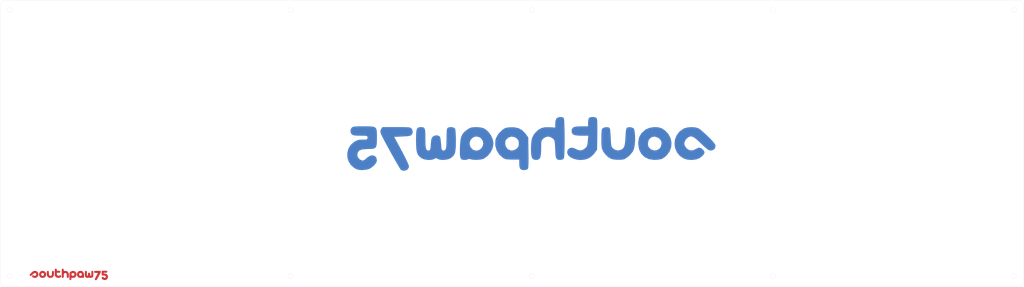
<source format=kicad_pcb>
(kicad_pcb (version 20171130) (host pcbnew "(5.1.4)-1")

  (general
    (thickness 1.6)
    (drawings 24)
    (tracks 0)
    (zones 0)
    (modules 4)
    (nets 1)
  )

  (page A4)
  (layers
    (0 F.Cu signal)
    (31 B.Cu signal)
    (32 B.Adhes user)
    (33 F.Adhes user)
    (34 B.Paste user)
    (35 F.Paste user)
    (36 B.SilkS user)
    (37 F.SilkS user)
    (38 B.Mask user)
    (39 F.Mask user)
    (40 Dwgs.User user)
    (41 Cmts.User user)
    (42 Eco1.User user)
    (43 Eco2.User user)
    (44 Edge.Cuts user)
    (45 Margin user)
    (46 B.CrtYd user)
    (47 F.CrtYd user)
    (48 B.Fab user)
    (49 F.Fab user)
  )

  (setup
    (last_trace_width 0.25)
    (trace_clearance 0.2)
    (zone_clearance 0.508)
    (zone_45_only no)
    (trace_min 0.2)
    (via_size 0.8)
    (via_drill 0.4)
    (via_min_size 0.4)
    (via_min_drill 0.3)
    (uvia_size 0.3)
    (uvia_drill 0.1)
    (uvias_allowed no)
    (uvia_min_size 0.2)
    (uvia_min_drill 0.1)
    (edge_width 0.05)
    (segment_width 0.2)
    (pcb_text_width 0.3)
    (pcb_text_size 1.5 1.5)
    (mod_edge_width 0.12)
    (mod_text_size 1 1)
    (mod_text_width 0.15)
    (pad_size 1.524 1.524)
    (pad_drill 0.762)
    (pad_to_mask_clearance 0.05)
    (aux_axis_origin 0 0)
    (visible_elements 7FFFFFFF)
    (pcbplotparams
      (layerselection 0x010fc_ffffffff)
      (usegerberextensions true)
      (usegerberattributes false)
      (usegerberadvancedattributes true)
      (creategerberjobfile true)
      (excludeedgelayer true)
      (linewidth 0.100000)
      (plotframeref false)
      (viasonmask false)
      (mode 1)
      (useauxorigin false)
      (hpglpennumber 1)
      (hpglpenspeed 20)
      (hpglpendiameter 15.000000)
      (psnegative false)
      (psa4output false)
      (plotreference true)
      (plotvalue true)
      (plotinvisibletext false)
      (padsonsilk false)
      (subtractmaskfromsilk false)
      (outputformat 1)
      (mirror false)
      (drillshape 0)
      (scaleselection 1)
      (outputdirectory "Gerber/"))
  )

  (net 0 "")

  (net_class Default "This is the default net class."
    (clearance 0.2)
    (trace_width 0.25)
    (via_dia 0.8)
    (via_drill 0.4)
    (uvia_dia 0.3)
    (uvia_drill 0.1)
  )

  (module Logos:southpaw75smallcopy (layer F.Cu) (tedit 0) (tstamp 5F0A82F4)
    (at 11.19375 104.775)
    (fp_text reference G*** (at 0 0) (layer F.SilkS) hide
      (effects (font (size 1.524 1.524) (thickness 0.3)))
    )
    (fp_text value LOGO (at 0.75 0) (layer F.SilkS) hide
      (effects (font (size 1.524 1.524) (thickness 0.3)))
    )
    (fp_poly (pts (xy 12.228876 -1.175838) (xy 12.29661 -1.019696) (xy 12.27407 -0.852157) (xy 12.267208 -0.831793)
      (xy 12.211696 -0.704997) (xy 12.10685 -0.494265) (xy 11.962971 -0.218177) (xy 11.79036 0.104687)
      (xy 11.599319 0.455745) (xy 11.400147 0.816417) (xy 11.203147 1.168122) (xy 11.018619 1.49228)
      (xy 10.856864 1.770309) (xy 10.728182 1.983628) (xy 10.642876 2.113658) (xy 10.617946 2.143125)
      (xy 10.428308 2.217171) (xy 10.213803 2.181046) (xy 10.110629 2.123649) (xy 9.991677 1.96985)
      (xy 9.970021 1.853774) (xy 9.999656 1.746108) (xy 10.081991 1.547585) (xy 10.207679 1.278162)
      (xy 10.367376 0.957793) (xy 10.551735 0.606435) (xy 10.570554 0.5715) (xy 11.170566 -0.53975)
      (xy 10.501199 -0.5715) (xy 10.19202 -0.589375) (xy 9.984753 -0.611457) (xy 9.854314 -0.642865)
      (xy 9.775619 -0.688722) (xy 9.741916 -0.726512) (xy 9.659111 -0.912002) (xy 9.694863 -1.098713)
      (xy 9.75085 -1.192371) (xy 9.791009 -1.242684) (xy 9.843029 -1.279356) (xy 9.925786 -1.304542)
      (xy 10.058154 -1.320395) (xy 10.25901 -1.32907) (xy 10.547229 -1.332719) (xy 10.941686 -1.333498)
      (xy 10.987636 -1.3335) (xy 12.125572 -1.3335) (xy 12.228876 -1.175838)) (layer F.Cu) (width 0.01))
    (fp_poly (pts (xy 1.95101 -1.302242) (xy 2.127643 -1.264781) (xy 2.270392 -1.194593) (xy 2.392464 -1.104357)
      (xy 2.708872 -0.787813) (xy 2.900844 -0.447783) (xy 2.952999 -0.252522) (xy 2.961421 0.157582)
      (xy 2.854783 0.547229) (xy 2.643922 0.890675) (xy 2.364451 1.145593) (xy 2.2359 1.223025)
      (xy 2.103284 1.269912) (xy 1.929564 1.293592) (xy 1.6777 1.301403) (xy 1.576277 1.30175)
      (xy 1.016 1.30175) (xy 1.016 1.607549) (xy 0.998461 1.880572) (xy 0.936819 2.050216)
      (xy 0.81753 2.13637) (xy 0.640541 2.159) (xy 0.462404 2.136784) (xy 0.335359 2.081992)
      (xy 0.321455 2.068516) (xy 0.293221 1.987927) (xy 0.274071 1.81891) (xy 0.263593 1.551617)
      (xy 0.261378 1.176197) (xy 0.266055 0.741047) (xy 0.277853 0) (xy 1.050636 0)
      (xy 1.071781 0.203726) (xy 1.152801 0.347566) (xy 1.227359 0.419489) (xy 1.459264 0.549367)
      (xy 1.701937 0.567177) (xy 1.924951 0.473546) (xy 2.003282 0.403477) (xy 2.117135 0.207903)
      (xy 2.159073 -0.024273) (xy 2.123704 -0.240362) (xy 2.077605 -0.323003) (xy 1.874715 -0.496131)
      (xy 1.633632 -0.562653) (xy 1.387033 -0.518861) (xy 1.227359 -0.41949) (xy 1.104774 -0.282043)
      (xy 1.055784 -0.117274) (xy 1.050636 0) (xy 0.277853 0) (xy 0.28575 -0.495938)
      (xy 0.485674 -0.771708) (xy 0.748045 -1.05877) (xy 1.049998 -1.237489) (xy 1.413037 -1.317647)
      (xy 1.693964 -1.321437) (xy 1.95101 -1.302242)) (layer F.Cu) (width 0.01))
    (fp_poly (pts (xy 13.663533 -1.397) (xy 14.016497 -1.39509) (xy 14.264702 -1.387575) (xy 14.430354 -1.371777)
      (xy 14.535662 -1.345021) (xy 14.602831 -1.304629) (xy 14.626908 -1.280875) (xy 14.718185 -1.100117)
      (xy 14.713064 -0.901544) (xy 14.615874 -0.740092) (xy 14.525467 -0.686551) (xy 14.380991 -0.653879)
      (xy 14.156105 -0.638114) (xy 13.917374 -0.635001) (xy 13.643753 -0.633795) (xy 13.472921 -0.625779)
      (xy 13.380668 -0.604353) (xy 13.342783 -0.562916) (xy 13.335057 -0.494871) (xy 13.335 -0.47625)
      (xy 13.342545 -0.38991) (xy 13.384594 -0.342377) (xy 13.490267 -0.322104) (xy 13.688684 -0.317544)
      (xy 13.735317 -0.3175) (xy 13.993875 -0.305653) (xy 14.188362 -0.25919) (xy 14.380391 -0.161728)
      (xy 14.424666 -0.134202) (xy 14.703105 0.110763) (xy 14.887495 0.41641) (xy 14.977835 0.758078)
      (xy 14.974126 1.111105) (xy 14.876368 1.450828) (xy 14.68456 1.752585) (xy 14.424666 1.975701)
      (xy 14.220728 2.087684) (xy 14.027868 2.142086) (xy 13.781155 2.156309) (xy 13.751192 2.156193)
      (xy 13.378262 2.117237) (xy 13.136311 2.031619) (xy 12.916808 1.882379) (xy 12.731163 1.696612)
      (xy 12.607784 1.507458) (xy 12.573 1.374507) (xy 12.620423 1.153071) (xy 12.746368 1.011846)
      (xy 12.926349 0.956756) (xy 13.135881 0.993727) (xy 13.350476 1.128685) (xy 13.3985 1.17475)
      (xy 13.579709 1.333841) (xy 13.731125 1.387316) (xy 13.885391 1.340152) (xy 13.993186 1.265391)
      (xy 14.126935 1.105362) (xy 14.1605 0.920749) (xy 14.125295 0.718516) (xy 14.011492 0.577062)
      (xy 13.806812 0.489555) (xy 13.498974 0.449163) (xy 13.304528 0.444499) (xy 13.021019 0.439538)
      (xy 12.822187 0.411913) (xy 12.693027 0.342511) (xy 12.618534 0.212221) (xy 12.583704 0.001929)
      (xy 12.573531 -0.307476) (xy 12.573 -0.487284) (xy 12.574364 -0.817083) (xy 12.590238 -1.055703)
      (xy 12.638292 -1.217886) (xy 12.736197 -1.318372) (xy 12.901625 -1.371901) (xy 13.152245 -1.393216)
      (xy 13.50573 -1.397057) (xy 13.663533 -1.397)) (layer F.Cu) (width 0.01))
    (fp_poly (pts (xy -12.654355 -1.308526) (xy -12.378745 -1.234231) (xy -12.332346 -1.21268) (xy -12.007316 -0.982877)
      (xy -11.77522 -0.688858) (xy -11.63611 -0.352196) (xy -11.59004 0.005537) (xy -11.637064 0.36277)
      (xy -11.777235 0.69793) (xy -12.010607 0.989445) (xy -12.326334 1.210241) (xy -12.631532 1.308775)
      (xy -12.985583 1.336417) (xy -13.335769 1.294048) (xy -13.618852 1.188625) (xy -13.798274 1.061085)
      (xy -13.939245 0.916521) (xy -13.966798 0.875079) (xy -14.024346 0.748606) (xy -14.011268 0.649518)
      (xy -13.930576 0.526785) (xy -13.75484 0.368382) (xy -13.558408 0.335173) (xy -13.344611 0.427643)
      (xy -13.328926 0.43895) (xy -13.080526 0.557213) (xy -12.834305 0.550407) (xy -12.603819 0.419478)
      (xy -12.568116 0.385884) (xy -12.413773 0.163592) (xy -12.385889 -0.063603) (xy -12.484464 -0.288896)
      (xy -12.568116 -0.385885) (xy -12.721336 -0.516544) (xy -12.866576 -0.578591) (xy -13.021353 -0.566278)
      (xy -13.203186 -0.473859) (xy -13.429594 -0.295587) (xy -13.718093 -0.025715) (xy -13.744375 0)
      (xy -13.998891 0.244632) (xy -14.186062 0.410137) (xy -14.324943 0.510466) (xy -14.434593 0.559571)
      (xy -14.525036 0.5715) (xy -14.743722 0.521901) (xy -14.881384 0.383294) (xy -14.9225 0.200585)
      (xy -14.900016 0.102869) (xy -14.824278 -0.022977) (xy -14.682861 -0.192839) (xy -14.463339 -0.422605)
      (xy -14.335125 -0.550404) (xy -14.094905 -0.779906) (xy -13.86752 -0.983685) (xy -13.677682 -1.140445)
      (xy -13.550102 -1.228886) (xy -13.544529 -1.231775) (xy -13.291442 -1.308152) (xy -12.976652 -1.333452)
      (xy -12.654355 -1.308526)) (layer F.Cu) (width 0.01))
    (fp_poly (pts (xy -9.580219 -1.277575) (xy -9.276668 -1.157924) (xy -9.199237 -1.109329) (xy -8.905247 -0.837927)
      (xy -8.723055 -0.512495) (xy -8.648412 -0.123879) (xy -8.648914 0.076638) (xy -8.724727 0.498614)
      (xy -8.897895 0.842652) (xy -9.160237 1.100988) (xy -9.503568 1.265853) (xy -9.919708 1.329484)
      (xy -9.9695 1.329969) (xy -10.219433 1.31615) (xy -10.445963 1.281788) (xy -10.57275 1.244569)
      (xy -10.74772 1.140728) (xy -10.924416 0.997465) (xy -10.943772 0.9785) (xy -11.187633 0.651577)
      (xy -11.320266 0.291326) (xy -11.340087 -0.003015) (xy -10.541 -0.003015) (xy -10.487971 0.249758)
      (xy -10.347689 0.436845) (xy -10.14836 0.545453) (xy -9.918192 0.56279) (xy -9.685394 0.476065)
      (xy -9.60936 0.419489) (xy -9.486775 0.282042) (xy -9.437785 0.117273) (xy -9.432637 0)
      (xy -9.484218 -0.257643) (xy -9.621445 -0.443548) (xy -9.818039 -0.545998) (xy -10.047726 -0.553276)
      (xy -10.284228 -0.453666) (xy -10.345628 -0.407106) (xy -10.484581 -0.257899) (xy -10.537133 -0.091123)
      (xy -10.541 -0.003015) (xy -11.340087 -0.003015) (xy -11.345376 -0.081548) (xy -11.266667 -0.446339)
      (xy -11.087844 -0.782344) (xy -10.812611 -1.068858) (xy -10.547226 -1.237762) (xy -10.262814 -1.322003)
      (xy -9.924706 -1.333771) (xy -9.580219 -1.277575)) (layer F.Cu) (width 0.01))
    (fp_poly (pts (xy -7.765765 -1.301528) (xy -7.698176 -1.254125) (xy -7.669091 -1.160475) (xy -7.641476 -0.970401)
      (xy -7.619017 -0.714461) (xy -7.608164 -0.508) (xy -7.585988 -0.141132) (xy -7.547081 0.121321)
      (xy -7.483673 0.301624) (xy -7.387998 0.422045) (xy -7.25531 0.503481) (xy -6.992492 0.567625)
      (xy -6.751963 0.507335) (xy -6.623539 0.418353) (xy -6.546148 0.34569) (xy -6.493777 0.268253)
      (xy -6.460012 0.159373) (xy -6.438443 -0.007622) (xy -6.422656 -0.259404) (xy -6.413623 -0.454772)
      (xy -6.396519 -0.750007) (xy -6.374436 -1.001596) (xy -6.350405 -1.180463) (xy -6.330378 -1.254126)
      (xy -6.226041 -1.31503) (xy -6.058382 -1.330674) (xy -5.881987 -1.30298) (xy -5.751445 -1.233873)
      (xy -5.751286 -1.233715) (xy -5.706396 -1.16263) (xy -5.676655 -1.041306) (xy -5.659462 -0.847647)
      (xy -5.652213 -0.559553) (xy -5.6515 -0.386452) (xy -5.654279 -0.052743) (xy -5.665591 0.185069)
      (xy -5.6899 0.358022) (xy -5.73167 0.497153) (xy -5.795365 0.6335) (xy -5.799251 0.640887)
      (xy -5.94652 0.852307) (xy -6.141339 1.051622) (xy -6.216002 1.110218) (xy -6.387227 1.216551)
      (xy -6.55512 1.27813) (xy -6.769757 1.30941) (xy -6.941377 1.319631) (xy -7.251485 1.319574)
      (xy -7.47109 1.284615) (xy -7.58825 1.237272) (xy -7.92475 0.994835) (xy -8.184657 0.681552)
      (xy -8.261613 0.53975) (xy -8.323046 0.341061) (xy -8.365056 0.073075) (xy -8.387568 -0.232916)
      (xy -8.390506 -0.545621) (xy -8.373795 -0.833748) (xy -8.33736 -1.066004) (xy -8.281125 -1.211099)
      (xy -8.265875 -1.228409) (xy -8.11609 -1.30562) (xy -7.930566 -1.330845) (xy -7.765765 -1.301528)) (layer F.Cu) (width 0.01))
    (fp_poly (pts (xy -4.781231 -2.141555) (xy -4.651269 -2.085754) (xy -4.648201 -2.082801) (xy -4.602907 -1.977416)
      (xy -4.575613 -1.79796) (xy -4.572 -1.701801) (xy -4.572 -1.397) (xy -4.010342 -1.397)
      (xy -3.676867 -1.384972) (xy -3.450869 -1.34287) (xy -3.314585 -1.261672) (xy -3.250247 -1.132354)
      (xy -3.2385 -1.004967) (xy -3.26534 -0.845436) (xy -3.356918 -0.736571) (xy -3.529818 -0.670621)
      (xy -3.800629 -0.639833) (xy -4.030069 -0.635) (xy -4.589388 -0.635) (xy -4.555144 -0.208397)
      (xy -4.529112 0.032592) (xy -4.487799 0.189319) (xy -4.414776 0.304517) (xy -4.323199 0.394853)
      (xy -4.113058 0.532473) (xy -3.896974 0.559984) (xy -3.648138 0.47863) (xy -3.55813 0.430334)
      (xy -3.315349 0.339473) (xy -3.106804 0.355683) (xy -2.951772 0.474503) (xy -2.895729 0.583585)
      (xy -2.881394 0.785833) (xy -2.972724 0.96691) (xy -3.149169 1.119728) (xy -3.390176 1.237197)
      (xy -3.675194 1.312228) (xy -3.983672 1.337731) (xy -4.295058 1.306618) (xy -4.588801 1.211798)
      (xy -4.641388 1.185749) (xy -4.852386 1.038753) (xy -5.051889 0.843904) (xy -5.11175 0.767756)
      (xy -5.30225 0.497512) (xy -5.321945 -0.740261) (xy -5.326767 -1.220813) (xy -5.323701 -1.584436)
      (xy -5.312337 -1.840978) (xy -5.292263 -2.000289) (xy -5.266545 -2.068517) (xy -5.147766 -2.131576)
      (xy -4.966362 -2.156376) (xy -4.781231 -2.141555)) (layer F.Cu) (width 0.01))
    (fp_poly (pts (xy -2.082076 -2.097293) (xy -2.010092 -2.042875) (xy -1.931438 -1.873206) (xy -1.905 -1.612175)
      (xy -1.905 -1.297599) (xy -1.466299 -1.322388) (xy -1.089573 -1.321107) (xy -0.795754 -1.260514)
      (xy -0.549786 -1.12835) (xy -0.32742 -0.924157) (xy -0.16342 -0.720661) (xy -0.050833 -0.508107)
      (xy 0.018809 -0.256789) (xy 0.05397 0.062996) (xy 0.063145 0.446245) (xy 0.053194 0.806787)
      (xy 0.017553 1.05866) (xy -0.051718 1.218952) (xy -0.162562 1.304748) (xy -0.322921 1.333134)
      (xy -0.34925 1.3335) (xy -0.513696 1.313211) (xy -0.629444 1.240918) (xy -0.704162 1.099477)
      (xy -0.745514 0.871747) (xy -0.761167 0.540583) (xy -0.762 0.410501) (xy -0.763728 0.117792)
      (xy -0.773241 -0.077521) (xy -0.797038 -0.205037) (xy -0.841614 -0.294354) (xy -0.913467 -0.37507)
      (xy -0.9401 -0.40087) (xy -1.166107 -0.543027) (xy -1.407111 -0.562195) (xy -1.644845 -0.45795)
      (xy -1.694962 -0.418354) (xy -1.771496 -0.34672) (xy -1.823558 -0.270607) (xy -1.857314 -0.163822)
      (xy -1.878934 -0.000172) (xy -1.894584 0.246539) (xy -1.904878 0.473101) (xy -1.923125 0.817862)
      (xy -1.94948 1.055512) (xy -1.993808 1.205928) (xy -2.065973 1.288986) (xy -2.175839 1.324563)
      (xy -2.331391 1.332527) (xy -2.520819 1.292978) (xy -2.601266 1.210674) (xy -2.623969 1.105815)
      (xy -2.642056 0.899007) (xy -2.655594 0.611574) (xy -2.664652 0.26484) (xy -2.669297 -0.119871)
      (xy -2.669596 -0.521234) (xy -2.665618 -0.917926) (xy -2.65743 -1.288622) (xy -2.645101 -1.611997)
      (xy -2.628697 -1.866728) (xy -2.608287 -2.031491) (xy -2.5908 -2.082801) (xy -2.449238 -2.147913)
      (xy -2.259514 -2.151359) (xy -2.082076 -2.097293)) (layer F.Cu) (width 0.01))
    (fp_poly (pts (xy 4.778969 -1.32426) (xy 4.959808 -1.285087) (xy 5.132808 -1.198806) (xy 5.243025 -1.127125)
      (xy 5.460052 -0.959067) (xy 5.616311 -0.778261) (xy 5.721937 -0.559639) (xy 5.787066 -0.278137)
      (xy 5.821834 0.091315) (xy 5.831316 0.327848) (xy 5.837307 0.708025) (xy 5.825873 0.979456)
      (xy 5.79049 1.159929) (xy 5.724637 1.267227) (xy 5.62179 1.319138) (xy 5.475427 1.333446)
      (xy 5.462513 1.3335) (xy 5.294623 1.319196) (xy 5.187987 1.283703) (xy 5.176749 1.272426)
      (xy 5.088442 1.244002) (xy 4.978368 1.272426) (xy 4.756117 1.319252) (xy 4.472167 1.329906)
      (xy 4.182648 1.306624) (xy 3.943687 1.251642) (xy 3.889772 1.229065) (xy 3.58946 1.017387)
      (xy 3.344851 0.722176) (xy 3.178378 0.378893) (xy 3.112476 0.022996) (xy 3.112413 0.017581)
      (xy 3.937018 0.017581) (xy 3.988849 0.225664) (xy 4.108278 0.403164) (xy 4.278242 0.528517)
      (xy 4.481676 0.580163) (xy 4.701516 0.53654) (xy 4.803119 0.478779) (xy 4.972966 0.292271)
      (xy 5.049765 0.05797) (xy 5.020048 -0.181509) (xy 5.015452 -0.19303) (xy 4.867028 -0.416588)
      (xy 4.663774 -0.544602) (xy 4.434293 -0.570445) (xy 4.207188 -0.487492) (xy 4.104409 -0.404091)
      (xy 3.96985 -0.199525) (xy 3.937018 0.017581) (xy 3.112413 0.017581) (xy 3.112208 0)
      (xy 3.166741 -0.33579) (xy 3.314731 -0.669415) (xy 3.532759 -0.964657) (xy 3.797408 -1.185299)
      (xy 3.919085 -1.247958) (xy 4.09391 -1.29406) (xy 4.335544 -1.325117) (xy 4.531034 -1.3335)
      (xy 4.778969 -1.32426)) (layer F.Cu) (width 0.01))
    (fp_poly (pts (xy 6.69047 -1.326464) (xy 6.833694 -1.267813) (xy 6.845299 -1.257301) (xy 6.883131 -1.153282)
      (xy 6.908014 -0.928457) (xy 6.920147 -0.580561) (xy 6.9215 -0.376076) (xy 6.926277 0.001781)
      (xy 6.94404 0.269015) (xy 6.979933 0.441763) (xy 7.039102 0.536162) (xy 7.126692 0.568346)
      (xy 7.220074 0.560259) (xy 7.278847 0.529831) (xy 7.318096 0.448802) (xy 7.344559 0.29214)
      (xy 7.364975 0.034818) (xy 7.366 0.018176) (xy 7.388086 -0.230876) (xy 7.418661 -0.431906)
      (xy 7.452069 -0.550351) (xy 7.46125 -0.564096) (xy 7.641886 -0.660194) (xy 7.850866 -0.657558)
      (xy 8.005014 -0.58118) (xy 8.086092 -0.499575) (xy 8.137359 -0.393032) (xy 8.168883 -0.227955)
      (xy 8.190728 0.029252) (xy 8.1915 0.041249) (xy 8.212521 0.298067) (xy 8.24 0.453356)
      (xy 8.281098 0.532587) (xy 8.337425 0.560265) (xy 8.451295 0.566038) (xy 8.53265 0.522434)
      (xy 8.586638 0.413316) (xy 8.618402 0.222548) (xy 8.633088 -0.066007) (xy 8.636 -0.376076)
      (xy 8.639239 -0.744071) (xy 8.6536 -1.003797) (xy 8.686052 -1.173914) (xy 8.743559 -1.273086)
      (xy 8.833088 -1.319974) (xy 8.961608 -1.33324) (xy 8.993414 -1.3335) (xy 9.142085 -1.323489)
      (xy 9.249374 -1.281765) (xy 9.321918 -1.190796) (xy 9.36635 -1.033048) (xy 9.389306 -0.790987)
      (xy 9.397421 -0.447081) (xy 9.398 -0.264349) (xy 9.391381 0.164779) (xy 9.36701 0.489554)
      (xy 9.318114 0.732148) (xy 9.23792 0.914733) (xy 9.119654 1.059482) (xy 8.956543 1.188565)
      (xy 8.953532 1.190625) (xy 8.744823 1.282252) (xy 8.481028 1.330387) (xy 8.211047 1.332519)
      (xy 7.983779 1.286139) (xy 7.902327 1.244594) (xy 7.787594 1.188071) (xy 7.684583 1.223076)
      (xy 7.653812 1.244594) (xy 7.480827 1.311253) (xy 7.237049 1.334544) (xy 6.970399 1.316216)
      (xy 6.7288 1.258018) (xy 6.619294 1.206843) (xy 6.4504 1.088641) (xy 6.327938 0.956537)
      (xy 6.244778 0.788545) (xy 6.193794 0.562679) (xy 6.167856 0.256952) (xy 6.159835 -0.150622)
      (xy 6.159737 -0.21055) (xy 6.164267 -0.542297) (xy 6.176857 -0.835134) (xy 6.195727 -1.061896)
      (xy 6.219098 -1.19542) (xy 6.225234 -1.210675) (xy 6.331914 -1.29381) (xy 6.505101 -1.333768)
      (xy 6.69047 -1.326464)) (layer F.Cu) (width 0.01))
  )

  (module Logos:southpaw75small (layer F.Cu) (tedit 0) (tstamp 5F0A8090)
    (at 11.19375 104.775)
    (fp_text reference G*** (at 0 0) (layer F.SilkS) hide
      (effects (font (size 1.524 1.524) (thickness 0.3)))
    )
    (fp_text value LOGO (at 0.75 0) (layer F.SilkS) hide
      (effects (font (size 1.524 1.524) (thickness 0.3)))
    )
    (fp_poly (pts (xy 12.228876 -1.175838) (xy 12.29661 -1.019696) (xy 12.27407 -0.852157) (xy 12.267208 -0.831793)
      (xy 12.211696 -0.704997) (xy 12.10685 -0.494265) (xy 11.962971 -0.218177) (xy 11.79036 0.104687)
      (xy 11.599319 0.455745) (xy 11.400147 0.816417) (xy 11.203147 1.168122) (xy 11.018619 1.49228)
      (xy 10.856864 1.770309) (xy 10.728182 1.983628) (xy 10.642876 2.113658) (xy 10.617946 2.143125)
      (xy 10.428308 2.217171) (xy 10.213803 2.181046) (xy 10.110629 2.123649) (xy 9.991677 1.96985)
      (xy 9.970021 1.853774) (xy 9.999656 1.746108) (xy 10.081991 1.547585) (xy 10.207679 1.278162)
      (xy 10.367376 0.957793) (xy 10.551735 0.606435) (xy 10.570554 0.5715) (xy 11.170566 -0.53975)
      (xy 10.501199 -0.5715) (xy 10.19202 -0.589375) (xy 9.984753 -0.611457) (xy 9.854314 -0.642865)
      (xy 9.775619 -0.688722) (xy 9.741916 -0.726512) (xy 9.659111 -0.912002) (xy 9.694863 -1.098713)
      (xy 9.75085 -1.192371) (xy 9.791009 -1.242684) (xy 9.843029 -1.279356) (xy 9.925786 -1.304542)
      (xy 10.058154 -1.320395) (xy 10.25901 -1.32907) (xy 10.547229 -1.332719) (xy 10.941686 -1.333498)
      (xy 10.987636 -1.3335) (xy 12.125572 -1.3335) (xy 12.228876 -1.175838)) (layer F.Mask) (width 0.01))
    (fp_poly (pts (xy 1.95101 -1.302242) (xy 2.127643 -1.264781) (xy 2.270392 -1.194593) (xy 2.392464 -1.104357)
      (xy 2.708872 -0.787813) (xy 2.900844 -0.447783) (xy 2.952999 -0.252522) (xy 2.961421 0.157582)
      (xy 2.854783 0.547229) (xy 2.643922 0.890675) (xy 2.364451 1.145593) (xy 2.2359 1.223025)
      (xy 2.103284 1.269912) (xy 1.929564 1.293592) (xy 1.6777 1.301403) (xy 1.576277 1.30175)
      (xy 1.016 1.30175) (xy 1.016 1.607549) (xy 0.998461 1.880572) (xy 0.936819 2.050216)
      (xy 0.81753 2.13637) (xy 0.640541 2.159) (xy 0.462404 2.136784) (xy 0.335359 2.081992)
      (xy 0.321455 2.068516) (xy 0.293221 1.987927) (xy 0.274071 1.81891) (xy 0.263593 1.551617)
      (xy 0.261378 1.176197) (xy 0.266055 0.741047) (xy 0.277853 0) (xy 1.050636 0)
      (xy 1.071781 0.203726) (xy 1.152801 0.347566) (xy 1.227359 0.419489) (xy 1.459264 0.549367)
      (xy 1.701937 0.567177) (xy 1.924951 0.473546) (xy 2.003282 0.403477) (xy 2.117135 0.207903)
      (xy 2.159073 -0.024273) (xy 2.123704 -0.240362) (xy 2.077605 -0.323003) (xy 1.874715 -0.496131)
      (xy 1.633632 -0.562653) (xy 1.387033 -0.518861) (xy 1.227359 -0.41949) (xy 1.104774 -0.282043)
      (xy 1.055784 -0.117274) (xy 1.050636 0) (xy 0.277853 0) (xy 0.28575 -0.495938)
      (xy 0.485674 -0.771708) (xy 0.748045 -1.05877) (xy 1.049998 -1.237489) (xy 1.413037 -1.317647)
      (xy 1.693964 -1.321437) (xy 1.95101 -1.302242)) (layer F.Mask) (width 0.01))
    (fp_poly (pts (xy 13.663533 -1.397) (xy 14.016497 -1.39509) (xy 14.264702 -1.387575) (xy 14.430354 -1.371777)
      (xy 14.535662 -1.345021) (xy 14.602831 -1.304629) (xy 14.626908 -1.280875) (xy 14.718185 -1.100117)
      (xy 14.713064 -0.901544) (xy 14.615874 -0.740092) (xy 14.525467 -0.686551) (xy 14.380991 -0.653879)
      (xy 14.156105 -0.638114) (xy 13.917374 -0.635001) (xy 13.643753 -0.633795) (xy 13.472921 -0.625779)
      (xy 13.380668 -0.604353) (xy 13.342783 -0.562916) (xy 13.335057 -0.494871) (xy 13.335 -0.47625)
      (xy 13.342545 -0.38991) (xy 13.384594 -0.342377) (xy 13.490267 -0.322104) (xy 13.688684 -0.317544)
      (xy 13.735317 -0.3175) (xy 13.993875 -0.305653) (xy 14.188362 -0.25919) (xy 14.380391 -0.161728)
      (xy 14.424666 -0.134202) (xy 14.703105 0.110763) (xy 14.887495 0.41641) (xy 14.977835 0.758078)
      (xy 14.974126 1.111105) (xy 14.876368 1.450828) (xy 14.68456 1.752585) (xy 14.424666 1.975701)
      (xy 14.220728 2.087684) (xy 14.027868 2.142086) (xy 13.781155 2.156309) (xy 13.751192 2.156193)
      (xy 13.378262 2.117237) (xy 13.136311 2.031619) (xy 12.916808 1.882379) (xy 12.731163 1.696612)
      (xy 12.607784 1.507458) (xy 12.573 1.374507) (xy 12.620423 1.153071) (xy 12.746368 1.011846)
      (xy 12.926349 0.956756) (xy 13.135881 0.993727) (xy 13.350476 1.128685) (xy 13.3985 1.17475)
      (xy 13.579709 1.333841) (xy 13.731125 1.387316) (xy 13.885391 1.340152) (xy 13.993186 1.265391)
      (xy 14.126935 1.105362) (xy 14.1605 0.920749) (xy 14.125295 0.718516) (xy 14.011492 0.577062)
      (xy 13.806812 0.489555) (xy 13.498974 0.449163) (xy 13.304528 0.444499) (xy 13.021019 0.439538)
      (xy 12.822187 0.411913) (xy 12.693027 0.342511) (xy 12.618534 0.212221) (xy 12.583704 0.001929)
      (xy 12.573531 -0.307476) (xy 12.573 -0.487284) (xy 12.574364 -0.817083) (xy 12.590238 -1.055703)
      (xy 12.638292 -1.217886) (xy 12.736197 -1.318372) (xy 12.901625 -1.371901) (xy 13.152245 -1.393216)
      (xy 13.50573 -1.397057) (xy 13.663533 -1.397)) (layer F.Mask) (width 0.01))
    (fp_poly (pts (xy -12.654355 -1.308526) (xy -12.378745 -1.234231) (xy -12.332346 -1.21268) (xy -12.007316 -0.982877)
      (xy -11.77522 -0.688858) (xy -11.63611 -0.352196) (xy -11.59004 0.005537) (xy -11.637064 0.36277)
      (xy -11.777235 0.69793) (xy -12.010607 0.989445) (xy -12.326334 1.210241) (xy -12.631532 1.308775)
      (xy -12.985583 1.336417) (xy -13.335769 1.294048) (xy -13.618852 1.188625) (xy -13.798274 1.061085)
      (xy -13.939245 0.916521) (xy -13.966798 0.875079) (xy -14.024346 0.748606) (xy -14.011268 0.649518)
      (xy -13.930576 0.526785) (xy -13.75484 0.368382) (xy -13.558408 0.335173) (xy -13.344611 0.427643)
      (xy -13.328926 0.43895) (xy -13.080526 0.557213) (xy -12.834305 0.550407) (xy -12.603819 0.419478)
      (xy -12.568116 0.385884) (xy -12.413773 0.163592) (xy -12.385889 -0.063603) (xy -12.484464 -0.288896)
      (xy -12.568116 -0.385885) (xy -12.721336 -0.516544) (xy -12.866576 -0.578591) (xy -13.021353 -0.566278)
      (xy -13.203186 -0.473859) (xy -13.429594 -0.295587) (xy -13.718093 -0.025715) (xy -13.744375 0)
      (xy -13.998891 0.244632) (xy -14.186062 0.410137) (xy -14.324943 0.510466) (xy -14.434593 0.559571)
      (xy -14.525036 0.5715) (xy -14.743722 0.521901) (xy -14.881384 0.383294) (xy -14.9225 0.200585)
      (xy -14.900016 0.102869) (xy -14.824278 -0.022977) (xy -14.682861 -0.192839) (xy -14.463339 -0.422605)
      (xy -14.335125 -0.550404) (xy -14.094905 -0.779906) (xy -13.86752 -0.983685) (xy -13.677682 -1.140445)
      (xy -13.550102 -1.228886) (xy -13.544529 -1.231775) (xy -13.291442 -1.308152) (xy -12.976652 -1.333452)
      (xy -12.654355 -1.308526)) (layer F.Mask) (width 0.01))
    (fp_poly (pts (xy -9.580219 -1.277575) (xy -9.276668 -1.157924) (xy -9.199237 -1.109329) (xy -8.905247 -0.837927)
      (xy -8.723055 -0.512495) (xy -8.648412 -0.123879) (xy -8.648914 0.076638) (xy -8.724727 0.498614)
      (xy -8.897895 0.842652) (xy -9.160237 1.100988) (xy -9.503568 1.265853) (xy -9.919708 1.329484)
      (xy -9.9695 1.329969) (xy -10.219433 1.31615) (xy -10.445963 1.281788) (xy -10.57275 1.244569)
      (xy -10.74772 1.140728) (xy -10.924416 0.997465) (xy -10.943772 0.9785) (xy -11.187633 0.651577)
      (xy -11.320266 0.291326) (xy -11.340087 -0.003015) (xy -10.541 -0.003015) (xy -10.487971 0.249758)
      (xy -10.347689 0.436845) (xy -10.14836 0.545453) (xy -9.918192 0.56279) (xy -9.685394 0.476065)
      (xy -9.60936 0.419489) (xy -9.486775 0.282042) (xy -9.437785 0.117273) (xy -9.432637 0)
      (xy -9.484218 -0.257643) (xy -9.621445 -0.443548) (xy -9.818039 -0.545998) (xy -10.047726 -0.553276)
      (xy -10.284228 -0.453666) (xy -10.345628 -0.407106) (xy -10.484581 -0.257899) (xy -10.537133 -0.091123)
      (xy -10.541 -0.003015) (xy -11.340087 -0.003015) (xy -11.345376 -0.081548) (xy -11.266667 -0.446339)
      (xy -11.087844 -0.782344) (xy -10.812611 -1.068858) (xy -10.547226 -1.237762) (xy -10.262814 -1.322003)
      (xy -9.924706 -1.333771) (xy -9.580219 -1.277575)) (layer F.Mask) (width 0.01))
    (fp_poly (pts (xy -7.765765 -1.301528) (xy -7.698176 -1.254125) (xy -7.669091 -1.160475) (xy -7.641476 -0.970401)
      (xy -7.619017 -0.714461) (xy -7.608164 -0.508) (xy -7.585988 -0.141132) (xy -7.547081 0.121321)
      (xy -7.483673 0.301624) (xy -7.387998 0.422045) (xy -7.25531 0.503481) (xy -6.992492 0.567625)
      (xy -6.751963 0.507335) (xy -6.623539 0.418353) (xy -6.546148 0.34569) (xy -6.493777 0.268253)
      (xy -6.460012 0.159373) (xy -6.438443 -0.007622) (xy -6.422656 -0.259404) (xy -6.413623 -0.454772)
      (xy -6.396519 -0.750007) (xy -6.374436 -1.001596) (xy -6.350405 -1.180463) (xy -6.330378 -1.254126)
      (xy -6.226041 -1.31503) (xy -6.058382 -1.330674) (xy -5.881987 -1.30298) (xy -5.751445 -1.233873)
      (xy -5.751286 -1.233715) (xy -5.706396 -1.16263) (xy -5.676655 -1.041306) (xy -5.659462 -0.847647)
      (xy -5.652213 -0.559553) (xy -5.6515 -0.386452) (xy -5.654279 -0.052743) (xy -5.665591 0.185069)
      (xy -5.6899 0.358022) (xy -5.73167 0.497153) (xy -5.795365 0.6335) (xy -5.799251 0.640887)
      (xy -5.94652 0.852307) (xy -6.141339 1.051622) (xy -6.216002 1.110218) (xy -6.387227 1.216551)
      (xy -6.55512 1.27813) (xy -6.769757 1.30941) (xy -6.941377 1.319631) (xy -7.251485 1.319574)
      (xy -7.47109 1.284615) (xy -7.58825 1.237272) (xy -7.92475 0.994835) (xy -8.184657 0.681552)
      (xy -8.261613 0.53975) (xy -8.323046 0.341061) (xy -8.365056 0.073075) (xy -8.387568 -0.232916)
      (xy -8.390506 -0.545621) (xy -8.373795 -0.833748) (xy -8.33736 -1.066004) (xy -8.281125 -1.211099)
      (xy -8.265875 -1.228409) (xy -8.11609 -1.30562) (xy -7.930566 -1.330845) (xy -7.765765 -1.301528)) (layer F.Mask) (width 0.01))
    (fp_poly (pts (xy -4.781231 -2.141555) (xy -4.651269 -2.085754) (xy -4.648201 -2.082801) (xy -4.602907 -1.977416)
      (xy -4.575613 -1.79796) (xy -4.572 -1.701801) (xy -4.572 -1.397) (xy -4.010342 -1.397)
      (xy -3.676867 -1.384972) (xy -3.450869 -1.34287) (xy -3.314585 -1.261672) (xy -3.250247 -1.132354)
      (xy -3.2385 -1.004967) (xy -3.26534 -0.845436) (xy -3.356918 -0.736571) (xy -3.529818 -0.670621)
      (xy -3.800629 -0.639833) (xy -4.030069 -0.635) (xy -4.589388 -0.635) (xy -4.555144 -0.208397)
      (xy -4.529112 0.032592) (xy -4.487799 0.189319) (xy -4.414776 0.304517) (xy -4.323199 0.394853)
      (xy -4.113058 0.532473) (xy -3.896974 0.559984) (xy -3.648138 0.47863) (xy -3.55813 0.430334)
      (xy -3.315349 0.339473) (xy -3.106804 0.355683) (xy -2.951772 0.474503) (xy -2.895729 0.583585)
      (xy -2.881394 0.785833) (xy -2.972724 0.96691) (xy -3.149169 1.119728) (xy -3.390176 1.237197)
      (xy -3.675194 1.312228) (xy -3.983672 1.337731) (xy -4.295058 1.306618) (xy -4.588801 1.211798)
      (xy -4.641388 1.185749) (xy -4.852386 1.038753) (xy -5.051889 0.843904) (xy -5.11175 0.767756)
      (xy -5.30225 0.497512) (xy -5.321945 -0.740261) (xy -5.326767 -1.220813) (xy -5.323701 -1.584436)
      (xy -5.312337 -1.840978) (xy -5.292263 -2.000289) (xy -5.266545 -2.068517) (xy -5.147766 -2.131576)
      (xy -4.966362 -2.156376) (xy -4.781231 -2.141555)) (layer F.Mask) (width 0.01))
    (fp_poly (pts (xy -2.082076 -2.097293) (xy -2.010092 -2.042875) (xy -1.931438 -1.873206) (xy -1.905 -1.612175)
      (xy -1.905 -1.297599) (xy -1.466299 -1.322388) (xy -1.089573 -1.321107) (xy -0.795754 -1.260514)
      (xy -0.549786 -1.12835) (xy -0.32742 -0.924157) (xy -0.16342 -0.720661) (xy -0.050833 -0.508107)
      (xy 0.018809 -0.256789) (xy 0.05397 0.062996) (xy 0.063145 0.446245) (xy 0.053194 0.806787)
      (xy 0.017553 1.05866) (xy -0.051718 1.218952) (xy -0.162562 1.304748) (xy -0.322921 1.333134)
      (xy -0.34925 1.3335) (xy -0.513696 1.313211) (xy -0.629444 1.240918) (xy -0.704162 1.099477)
      (xy -0.745514 0.871747) (xy -0.761167 0.540583) (xy -0.762 0.410501) (xy -0.763728 0.117792)
      (xy -0.773241 -0.077521) (xy -0.797038 -0.205037) (xy -0.841614 -0.294354) (xy -0.913467 -0.37507)
      (xy -0.9401 -0.40087) (xy -1.166107 -0.543027) (xy -1.407111 -0.562195) (xy -1.644845 -0.45795)
      (xy -1.694962 -0.418354) (xy -1.771496 -0.34672) (xy -1.823558 -0.270607) (xy -1.857314 -0.163822)
      (xy -1.878934 -0.000172) (xy -1.894584 0.246539) (xy -1.904878 0.473101) (xy -1.923125 0.817862)
      (xy -1.94948 1.055512) (xy -1.993808 1.205928) (xy -2.065973 1.288986) (xy -2.175839 1.324563)
      (xy -2.331391 1.332527) (xy -2.520819 1.292978) (xy -2.601266 1.210674) (xy -2.623969 1.105815)
      (xy -2.642056 0.899007) (xy -2.655594 0.611574) (xy -2.664652 0.26484) (xy -2.669297 -0.119871)
      (xy -2.669596 -0.521234) (xy -2.665618 -0.917926) (xy -2.65743 -1.288622) (xy -2.645101 -1.611997)
      (xy -2.628697 -1.866728) (xy -2.608287 -2.031491) (xy -2.5908 -2.082801) (xy -2.449238 -2.147913)
      (xy -2.259514 -2.151359) (xy -2.082076 -2.097293)) (layer F.Mask) (width 0.01))
    (fp_poly (pts (xy 4.778969 -1.32426) (xy 4.959808 -1.285087) (xy 5.132808 -1.198806) (xy 5.243025 -1.127125)
      (xy 5.460052 -0.959067) (xy 5.616311 -0.778261) (xy 5.721937 -0.559639) (xy 5.787066 -0.278137)
      (xy 5.821834 0.091315) (xy 5.831316 0.327848) (xy 5.837307 0.708025) (xy 5.825873 0.979456)
      (xy 5.79049 1.159929) (xy 5.724637 1.267227) (xy 5.62179 1.319138) (xy 5.475427 1.333446)
      (xy 5.462513 1.3335) (xy 5.294623 1.319196) (xy 5.187987 1.283703) (xy 5.176749 1.272426)
      (xy 5.088442 1.244002) (xy 4.978368 1.272426) (xy 4.756117 1.319252) (xy 4.472167 1.329906)
      (xy 4.182648 1.306624) (xy 3.943687 1.251642) (xy 3.889772 1.229065) (xy 3.58946 1.017387)
      (xy 3.344851 0.722176) (xy 3.178378 0.378893) (xy 3.112476 0.022996) (xy 3.112413 0.017581)
      (xy 3.937018 0.017581) (xy 3.988849 0.225664) (xy 4.108278 0.403164) (xy 4.278242 0.528517)
      (xy 4.481676 0.580163) (xy 4.701516 0.53654) (xy 4.803119 0.478779) (xy 4.972966 0.292271)
      (xy 5.049765 0.05797) (xy 5.020048 -0.181509) (xy 5.015452 -0.19303) (xy 4.867028 -0.416588)
      (xy 4.663774 -0.544602) (xy 4.434293 -0.570445) (xy 4.207188 -0.487492) (xy 4.104409 -0.404091)
      (xy 3.96985 -0.199525) (xy 3.937018 0.017581) (xy 3.112413 0.017581) (xy 3.112208 0)
      (xy 3.166741 -0.33579) (xy 3.314731 -0.669415) (xy 3.532759 -0.964657) (xy 3.797408 -1.185299)
      (xy 3.919085 -1.247958) (xy 4.09391 -1.29406) (xy 4.335544 -1.325117) (xy 4.531034 -1.3335)
      (xy 4.778969 -1.32426)) (layer F.Mask) (width 0.01))
    (fp_poly (pts (xy 6.69047 -1.326464) (xy 6.833694 -1.267813) (xy 6.845299 -1.257301) (xy 6.883131 -1.153282)
      (xy 6.908014 -0.928457) (xy 6.920147 -0.580561) (xy 6.9215 -0.376076) (xy 6.926277 0.001781)
      (xy 6.94404 0.269015) (xy 6.979933 0.441763) (xy 7.039102 0.536162) (xy 7.126692 0.568346)
      (xy 7.220074 0.560259) (xy 7.278847 0.529831) (xy 7.318096 0.448802) (xy 7.344559 0.29214)
      (xy 7.364975 0.034818) (xy 7.366 0.018176) (xy 7.388086 -0.230876) (xy 7.418661 -0.431906)
      (xy 7.452069 -0.550351) (xy 7.46125 -0.564096) (xy 7.641886 -0.660194) (xy 7.850866 -0.657558)
      (xy 8.005014 -0.58118) (xy 8.086092 -0.499575) (xy 8.137359 -0.393032) (xy 8.168883 -0.227955)
      (xy 8.190728 0.029252) (xy 8.1915 0.041249) (xy 8.212521 0.298067) (xy 8.24 0.453356)
      (xy 8.281098 0.532587) (xy 8.337425 0.560265) (xy 8.451295 0.566038) (xy 8.53265 0.522434)
      (xy 8.586638 0.413316) (xy 8.618402 0.222548) (xy 8.633088 -0.066007) (xy 8.636 -0.376076)
      (xy 8.639239 -0.744071) (xy 8.6536 -1.003797) (xy 8.686052 -1.173914) (xy 8.743559 -1.273086)
      (xy 8.833088 -1.319974) (xy 8.961608 -1.33324) (xy 8.993414 -1.3335) (xy 9.142085 -1.323489)
      (xy 9.249374 -1.281765) (xy 9.321918 -1.190796) (xy 9.36635 -1.033048) (xy 9.389306 -0.790987)
      (xy 9.397421 -0.447081) (xy 9.398 -0.264349) (xy 9.391381 0.164779) (xy 9.36701 0.489554)
      (xy 9.318114 0.732148) (xy 9.23792 0.914733) (xy 9.119654 1.059482) (xy 8.956543 1.188565)
      (xy 8.953532 1.190625) (xy 8.744823 1.282252) (xy 8.481028 1.330387) (xy 8.211047 1.332519)
      (xy 7.983779 1.286139) (xy 7.902327 1.244594) (xy 7.787594 1.188071) (xy 7.684583 1.223076)
      (xy 7.653812 1.244594) (xy 7.480827 1.311253) (xy 7.237049 1.334544) (xy 6.970399 1.316216)
      (xy 6.7288 1.258018) (xy 6.619294 1.206843) (xy 6.4504 1.088641) (xy 6.327938 0.956537)
      (xy 6.244778 0.788545) (xy 6.193794 0.562679) (xy 6.167856 0.256952) (xy 6.159835 -0.150622)
      (xy 6.159737 -0.21055) (xy 6.164267 -0.542297) (xy 6.176857 -0.835134) (xy 6.195727 -1.061896)
      (xy 6.219098 -1.19542) (xy 6.225234 -1.210675) (xy 6.331914 -1.29381) (xy 6.505101 -1.333768)
      (xy 6.69047 -1.326464)) (layer F.Mask) (width 0.01))
  )

  (module Logos:southpaw75copy (layer B.Cu) (tedit 0) (tstamp 5F0890F0)
    (at 188.11875 54.76875 180)
    (fp_text reference G*** (at 0 0) (layer B.SilkS) hide
      (effects (font (size 1.524 1.524) (thickness 0.3)) (justify mirror))
    )
    (fp_text value LOGO (at 0.75 0) (layer B.SilkS) hide
      (effects (font (size 1.524 1.524) (thickness 0.3)) (justify mirror))
    )
    (fp_poly (pts (xy 57.547656 5.533351) (xy 57.866404 4.798569) (xy 57.760334 4.01015) (xy 57.728041 3.914319)
      (xy 57.466806 3.317633) (xy 56.973413 2.325952) (xy 56.296336 1.026712) (xy 55.48405 -0.492646)
      (xy 54.585032 -2.144685) (xy 53.647754 -3.841965) (xy 52.720694 -5.497048) (xy 51.852326 -7.022494)
      (xy 51.091125 -8.330866) (xy 50.485566 -9.334723) (xy 50.084125 -9.946628) (xy 49.966806 -10.085294)
      (xy 49.074393 -10.433746) (xy 48.064957 -10.263747) (xy 47.579431 -9.993643) (xy 47.019659 -9.269883)
      (xy 46.917749 -8.723643) (xy 47.057206 -8.216979) (xy 47.444664 -7.282756) (xy 48.03614 -6.014881)
      (xy 48.787655 -4.507265) (xy 49.655227 -2.853814) (xy 49.743787 -2.689411) (xy 52.567371 2.54)
      (xy 49.417409 2.689412) (xy 47.962447 2.77353) (xy 46.987073 2.877441) (xy 46.373243 3.025246)
      (xy 46.002913 3.241043) (xy 45.844312 3.418879) (xy 45.454642 4.291773) (xy 45.622886 5.170412)
      (xy 45.886356 5.611157) (xy 46.07534 5.847923) (xy 46.320139 6.020499) (xy 46.709581 6.139021)
      (xy 47.332491 6.213624) (xy 48.277695 6.254444) (xy 49.63402 6.271618) (xy 51.49029 6.275281)
      (xy 51.706526 6.275295) (xy 57.061516 6.275295) (xy 57.547656 5.533351)) (layer B.Cu) (width 0.01))
    (fp_poly (pts (xy 9.181225 6.128196) (xy 10.012438 5.951908) (xy 10.684202 5.621611) (xy 11.258658 5.196974)
      (xy 12.747637 3.707353) (xy 13.651031 2.107213) (xy 13.89647 1.188335) (xy 13.936102 -0.741564)
      (xy 13.434273 -2.575199) (xy 12.441988 -4.191411) (xy 11.12683 -5.391026) (xy 10.521885 -5.755414)
      (xy 9.89781 -5.976059) (xy 9.080302 -6.087493) (xy 7.895062 -6.124251) (xy 7.417777 -6.125882)
      (xy 4.781176 -6.125882) (xy 4.781176 -7.564939) (xy 4.698643 -8.849753) (xy 4.40856 -9.648077)
      (xy 3.847204 -10.053506) (xy 3.014311 -10.16) (xy 2.176019 -10.055455) (xy 1.578163 -9.797613)
      (xy 1.512733 -9.734194) (xy 1.379866 -9.354953) (xy 1.289747 -8.55958) (xy 1.240441 -7.301728)
      (xy 1.230015 -5.535046) (xy 1.252026 -3.487283) (xy 1.307548 0) (xy 4.944171 0)
      (xy 5.043676 -0.958711) (xy 5.42495 -1.635608) (xy 5.775808 -1.974067) (xy 6.867126 -2.585258)
      (xy 8.009116 -2.669068) (xy 9.058593 -2.228454) (xy 9.42721 -1.898717) (xy 9.962992 -0.978368)
      (xy 10.160345 0.114223) (xy 9.993902 1.131112) (xy 9.776967 1.520013) (xy 8.822192 2.334735)
      (xy 7.68768 2.647779) (xy 6.527216 2.441696) (xy 5.775808 1.974068) (xy 5.198939 1.327261)
      (xy 4.968395 0.551878) (xy 4.944171 0) (xy 1.307548 0) (xy 1.344706 2.333823)
      (xy 2.285528 3.631566) (xy 3.520215 4.982446) (xy 4.94117 5.823474) (xy 6.649588 6.20069)
      (xy 7.971599 6.218524) (xy 9.181225 6.128196)) (layer B.Cu) (width 0.01))
    (fp_poly (pts (xy 64.29898 6.574118) (xy 65.959988 6.565128) (xy 67.12801 6.529762) (xy 67.907552 6.455421)
      (xy 68.403116 6.329509) (xy 68.719207 6.139429) (xy 68.83251 6.027647) (xy 69.262049 5.17702)
      (xy 69.23795 4.242557) (xy 68.780588 3.482785) (xy 68.355143 3.230826) (xy 67.675254 3.077076)
      (xy 66.616969 3.002886) (xy 65.493529 2.988236) (xy 64.2059 2.982563) (xy 63.401985 2.94484)
      (xy 62.967852 2.84401) (xy 62.789571 2.649017) (xy 62.75321 2.328803) (xy 62.752941 2.241177)
      (xy 62.788448 1.834867) (xy 62.986325 1.611183) (xy 63.48361 1.515783) (xy 64.417338 1.494322)
      (xy 64.63679 1.494118) (xy 65.853533 1.438367) (xy 66.768764 1.219716) (xy 67.672429 0.761069)
      (xy 67.880786 0.631539) (xy 69.191087 -0.521237) (xy 70.058802 -1.959579) (xy 70.483933 -3.567429)
      (xy 70.466479 -5.22873) (xy 70.006439 -6.827426) (xy 69.103814 -8.247459) (xy 67.880786 -9.29742)
      (xy 66.921074 -9.824397) (xy 66.013499 -10.080406) (xy 64.852494 -10.14734) (xy 64.711496 -10.146793)
      (xy 62.956528 -9.963468) (xy 61.817936 -9.560564) (xy 60.784982 -8.858257) (xy 59.911357 -7.984058)
      (xy 59.330753 -7.093922) (xy 59.167059 -6.468268) (xy 59.390226 -5.426218) (xy 59.98291 -4.761628)
      (xy 60.829881 -4.502383) (xy 61.815911 -4.676365) (xy 62.82577 -5.311459) (xy 63.051765 -5.528235)
      (xy 63.904515 -6.276899) (xy 64.617059 -6.528548) (xy 65.343019 -6.306598) (xy 65.850289 -5.954781)
      (xy 66.479695 -5.201705) (xy 66.637647 -4.332941) (xy 66.471976 -3.381252) (xy 65.936437 -2.715587)
      (xy 64.973237 -2.303792) (xy 63.524583 -2.113711) (xy 62.609544 -2.091764) (xy 61.275385 -2.068417)
      (xy 60.339705 -1.938416) (xy 59.731894 -1.61182) (xy 59.381339 -0.998688) (xy 59.217431 -0.00908)
      (xy 59.169559 1.446945) (xy 59.167059 2.293098) (xy 59.173479 3.845095) (xy 59.24818 4.968014)
      (xy 59.474317 5.731226) (xy 59.935048 6.2041) (xy 60.71353 6.456004) (xy 61.892921 6.556309)
      (xy 63.556377 6.574383) (xy 64.29898 6.574118)) (layer B.Cu) (width 0.01))
    (fp_poly (pts (xy -59.549903 6.15777) (xy -58.252914 5.808143) (xy -58.034566 5.706728) (xy -56.505016 4.6253)
      (xy -55.412797 3.241683) (xy -54.758163 1.657391) (xy -54.541364 -0.026061) (xy -54.762653 -1.707155)
      (xy -55.422281 -3.284378) (xy -56.520501 -4.656214) (xy -58.006273 -5.695252) (xy -59.4425 -6.158942)
      (xy -61.108622 -6.289022) (xy -62.756559 -6.08964) (xy -64.088712 -5.59353) (xy -64.933054 -4.993342)
      (xy -65.596446 -4.313041) (xy -65.726105 -4.118023) (xy -65.996922 -3.522855) (xy -65.935379 -3.056559)
      (xy -65.555649 -2.478988) (xy -64.728655 -1.733566) (xy -63.80427 -1.577288) (xy -62.798168 -2.01244)
      (xy -62.724355 -2.065649) (xy -61.555417 -2.622181) (xy -60.396725 -2.590154) (xy -59.312089 -1.974016)
      (xy -59.144072 -1.815927) (xy -58.417752 -0.769846) (xy -58.286533 0.299306) (xy -58.750418 1.359507)
      (xy -59.144072 1.815928) (xy -59.865107 2.430794) (xy -60.548588 2.722778) (xy -61.276953 2.664836)
      (xy -62.13264 2.229924) (xy -63.198086 1.390997) (xy -64.55573 0.12101) (xy -64.679412 0)
      (xy -65.877134 -1.15121) (xy -66.757935 -1.930058) (xy -67.411495 -2.402196) (xy -67.927495 -2.633276)
      (xy -68.353109 -2.689411) (xy -69.382219 -2.456008) (xy -70.030038 -1.803737) (xy -70.223529 -0.94393)
      (xy -70.117719 -0.484091) (xy -69.761306 0.108123) (xy -69.095814 0.907475) (xy -68.062771 1.988727)
      (xy -67.459412 2.590136) (xy -66.328962 3.670144) (xy -65.258915 4.629105) (xy -64.365558 5.366796)
      (xy -63.765182 5.782993) (xy -63.738957 5.796587) (xy -62.547959 6.156009) (xy -61.066596 6.275064)
      (xy -59.549903 6.15777)) (layer B.Cu) (width 0.01))
    (fp_poly (pts (xy -45.083383 6.012117) (xy -43.654905 5.44905) (xy -43.290526 5.220372) (xy -41.907043 3.943183)
      (xy -41.049668 2.411741) (xy -40.698406 0.582958) (xy -40.700772 -0.360651) (xy -41.057537 -2.34642)
      (xy -41.872446 -3.965425) (xy -43.106994 -5.18112) (xy -44.722672 -5.956959) (xy -46.680974 -6.256396)
      (xy -46.915294 -6.258681) (xy -48.091445 -6.19365) (xy -49.157471 -6.031946) (xy -49.754118 -5.856798)
      (xy -50.577505 -5.368135) (xy -51.409016 -4.693954) (xy -51.500099 -4.604705) (xy -52.647682 -3.066244)
      (xy -53.271839 -1.370947) (xy -53.365115 0.014186) (xy -49.604706 0.014186) (xy -49.355157 -1.175334)
      (xy -48.695003 -2.055742) (xy -47.756985 -2.56684) (xy -46.673844 -2.648428) (xy -45.57832 -2.240308)
      (xy -45.220514 -1.974067) (xy -44.643645 -1.32726) (xy -44.413102 -0.551877) (xy -44.388877 0)
      (xy -44.631613 1.212438) (xy -45.277384 2.087284) (xy -46.202536 2.569401) (xy -47.283414 2.603651)
      (xy -48.396365 2.134897) (xy -48.685308 1.91579) (xy -49.339201 1.213639) (xy -49.586505 0.428813)
      (xy -49.604706 0.014186) (xy -53.365115 0.014186) (xy -53.390003 0.383751) (xy -53.019608 2.100418)
      (xy -52.178087 3.681618) (xy -50.882874 5.029918) (xy -49.634003 5.824761) (xy -48.295592 6.221187)
      (xy -46.704499 6.276568) (xy -45.083383 6.012117)) (layer B.Cu) (width 0.01))
    (fp_poly (pts (xy -36.544776 6.124835) (xy -36.226708 5.901765) (xy -36.089838 5.461058) (xy -35.959884 4.566592)
      (xy -35.854195 3.362168) (xy -35.803123 2.390589) (xy -35.698766 0.664147) (xy -35.515672 -0.570924)
      (xy -35.217284 -1.41941) (xy -34.767049 -1.986097) (xy -34.142633 -2.369322) (xy -32.905844 -2.671179)
      (xy -31.773941 -2.387462) (xy -31.169595 -1.968723) (xy -30.805402 -1.626776) (xy -30.558947 -1.26237)
      (xy -30.400056 -0.749993) (xy -30.298552 0.035868) (xy -30.224261 1.220724) (xy -30.181755 2.1401)
      (xy -30.101261 3.529444) (xy -29.997345 4.713391) (xy -29.884255 5.555116) (xy -29.790011 5.901765)
      (xy -29.299013 6.188377) (xy -28.510028 6.261994) (xy -27.679937 6.13167) (xy -27.06562 5.806459)
      (xy -27.064874 5.805715) (xy -26.853626 5.471196) (xy -26.713671 4.900264) (xy -26.63276 3.988926)
      (xy -26.598645 2.633191) (xy -26.595294 1.818597) (xy -26.608371 0.248201) (xy -26.661604 -0.870915)
      (xy -26.775999 -1.684811) (xy -26.972564 -2.339546) (xy -27.272304 -2.981179) (xy -27.290589 -3.015941)
      (xy -27.983624 -4.010859) (xy -28.900416 -4.948813) (xy -29.251774 -5.224555) (xy -30.057538 -5.724949)
      (xy -30.847623 -6.014732) (xy -31.857677 -6.161934) (xy -32.665303 -6.210028) (xy -34.124631 -6.209763)
      (xy -35.158068 -6.045247) (xy -35.709412 -5.822457) (xy -37.292939 -4.681578) (xy -38.51603 -3.207305)
      (xy -38.878177 -2.54) (xy -39.167272 -1.604994) (xy -39.364966 -0.343884) (xy -39.470904 1.096075)
      (xy -39.484731 2.567628) (xy -39.406092 3.923518) (xy -39.234633 5.01649) (xy -38.969998 5.699288)
      (xy -38.898235 5.780745) (xy -38.193361 6.144092) (xy -37.32031 6.2628) (xy -36.544776 6.124835)) (layer B.Cu) (width 0.01))
    (fp_poly (pts (xy -22.499907 10.077905) (xy -21.88832 9.815311) (xy -21.873882 9.801412) (xy -21.660736 9.305483)
      (xy -21.532294 8.460985) (xy -21.515294 8.008471) (xy -21.515294 6.574118) (xy -18.872196 6.574118)
      (xy -17.3029 6.517513) (xy -16.239383 6.319387) (xy -15.598043 5.937279) (xy -15.295279 5.328725)
      (xy -15.24 4.729255) (xy -15.366306 3.978521) (xy -15.797258 3.466217) (xy -16.610908 3.155862)
      (xy -17.885309 3.010975) (xy -18.96503 2.988236) (xy -21.597118 2.988236) (xy -21.435972 0.980691)
      (xy -21.313465 -0.153376) (xy -21.119053 -0.890915) (xy -20.775415 -1.433022) (xy -20.344463 -1.858133)
      (xy -19.355567 -2.505756) (xy -18.338698 -2.635221) (xy -17.167708 -2.252377) (xy -16.744141 -2.025101)
      (xy -15.601639 -1.597523) (xy -14.620254 -1.673804) (xy -13.890691 -2.232958) (xy -13.626959 -2.746283)
      (xy -13.559499 -3.698039) (xy -13.989289 -4.550169) (xy -14.819615 -5.269311) (xy -15.953766 -5.822106)
      (xy -17.295027 -6.175191) (xy -18.746688 -6.295206) (xy -20.212034 -6.14879) (xy -21.594354 -5.702582)
      (xy -21.841824 -5.579999) (xy -22.834756 -4.888249) (xy -23.773594 -3.971314) (xy -24.055294 -3.61297)
      (xy -24.951765 -2.341236) (xy -25.044445 3.483577) (xy -25.067136 5.745002) (xy -25.052708 7.456168)
      (xy -24.999229 8.663424) (xy -24.904766 9.413123) (xy -24.783738 9.734195) (xy -24.224777 10.030945)
      (xy -23.371113 10.147649) (xy -22.499907 10.077905)) (layer B.Cu) (width 0.01))
    (fp_poly (pts (xy -9.798002 9.869613) (xy -9.459255 9.61353) (xy -9.089116 8.815088) (xy -8.964706 7.586703)
      (xy -8.964706 6.106346) (xy -6.900227 6.223) (xy -5.127402 6.216972) (xy -3.744724 5.931827)
      (xy -2.587226 5.309881) (xy -1.540799 4.348973) (xy -0.769035 3.391346) (xy -0.23921 2.39109)
      (xy 0.088516 1.208419) (xy 0.25398 -0.296452) (xy 0.297157 -2.09998) (xy 0.250327 -3.796645)
      (xy 0.082606 -4.981933) (xy -0.243378 -5.736247) (xy -0.764998 -6.139993) (xy -1.519625 -6.273574)
      (xy -1.643529 -6.275294) (xy -2.41739 -6.17982) (xy -2.962089 -5.839616) (xy -3.3137 -5.174013)
      (xy -3.508299 -4.102339) (xy -3.581961 -2.543923) (xy -3.585882 -1.93177) (xy -3.594011 -0.554318)
      (xy -3.638781 0.364803) (xy -3.750764 0.964879) (xy -3.960535 1.385194) (xy -4.298668 1.765034)
      (xy -4.423998 1.886446) (xy -5.487561 2.555421) (xy -6.621698 2.645622) (xy -7.740446 2.155059)
      (xy -7.976287 1.968724) (xy -8.33645 1.631622) (xy -8.581446 1.273444) (xy -8.740301 0.770927)
      (xy -8.84204 0.000805) (xy -8.915688 -1.160184) (xy -8.964127 -2.22636) (xy -9.049997 -3.848766)
      (xy -9.174023 -4.967119) (xy -9.382625 -5.674957) (xy -9.722224 -6.065818) (xy -10.23924 -6.233239)
      (xy -10.971251 -6.270718) (xy -11.862675 -6.084605) (xy -12.241251 -5.697292) (xy -12.348089 -5.203839)
      (xy -12.433203 -4.230624) (xy -12.496913 -2.877997) (xy -12.539537 -1.246307) (xy -12.561394 0.564097)
      (xy -12.562803 2.452865) (xy -12.544083 4.319649) (xy -12.505552 6.0641) (xy -12.44753 7.585867)
      (xy -12.370336 8.784602) (xy -12.274288 9.559955) (xy -12.192 9.801412) (xy -11.525824 10.107826)
      (xy -10.633003 10.12404) (xy -9.798002 9.869613)) (layer B.Cu) (width 0.01))
    (fp_poly (pts (xy 22.48927 6.23181) (xy 23.340274 6.047468) (xy 24.154394 5.641436) (xy 24.673062 5.304118)
      (xy 25.694364 4.513255) (xy 26.4297 3.662401) (xy 26.926765 2.633596) (xy 27.233256 1.308877)
      (xy 27.396866 -0.429717) (xy 27.441491 -1.542816) (xy 27.469684 -3.331884) (xy 27.415875 -4.609209)
      (xy 27.249369 -5.458489) (xy 26.93947 -5.963423) (xy 26.455485 -6.207708) (xy 25.766719 -6.275043)
      (xy 25.705945 -6.275294) (xy 24.915874 -6.207983) (xy 24.414057 -6.040958) (xy 24.361174 -5.987888)
      (xy 23.94561 -5.854131) (xy 23.427615 -5.987888) (xy 22.38173 -6.208246) (xy 21.045495 -6.258383)
      (xy 19.683049 -6.14882) (xy 18.558529 -5.89008) (xy 18.304811 -5.783836) (xy 16.891577 -4.787704)
      (xy 15.740476 -3.398478) (xy 14.957077 -1.783027) (xy 14.646948 -0.108219) (xy 14.646651 -0.082736)
      (xy 18.527147 -0.082736) (xy 18.771056 -1.061952) (xy 19.333076 -1.897242) (xy 20.132905 -2.487141)
      (xy 21.090241 -2.73018) (xy 22.124783 -2.524894) (xy 22.602915 -2.253077) (xy 23.402193 -1.375393)
      (xy 23.763601 -0.272803) (xy 23.623758 0.854157) (xy 23.602129 0.908372) (xy 22.903665 1.96041)
      (xy 21.947175 2.56283) (xy 20.867262 2.684447) (xy 19.798532 2.294078) (xy 19.314866 1.901605)
      (xy 18.68165 0.938938) (xy 18.527147 -0.082736) (xy 14.646651 -0.082736) (xy 14.645686 0)
      (xy 14.902314 1.580187) (xy 15.598735 3.150186) (xy 16.624749 4.539561) (xy 17.87016 5.577875)
      (xy 18.442755 5.872741) (xy 19.26546 6.089694) (xy 20.402564 6.235845) (xy 21.322513 6.275295)
      (xy 22.48927 6.23181)) (layer B.Cu) (width 0.01))
    (fp_poly (pts (xy 31.484569 6.242182) (xy 32.158564 5.966178) (xy 32.213176 5.916706) (xy 32.391205 5.427206)
      (xy 32.508305 4.369205) (xy 32.565398 2.732052) (xy 32.571765 1.769766) (xy 32.594247 -0.008381)
      (xy 32.677836 -1.265955) (xy 32.846745 -2.078889) (xy 33.125187 -2.523116) (xy 33.537376 -2.67457)
      (xy 33.976821 -2.636513) (xy 34.253399 -2.493325) (xy 34.438101 -2.112009) (xy 34.562634 -1.37478)
      (xy 34.658708 -0.163849) (xy 34.663529 -0.085537) (xy 34.767467 1.086474) (xy 34.911347 2.032498)
      (xy 35.068561 2.589885) (xy 35.111765 2.654568) (xy 35.96182 3.106795) (xy 36.945254 3.09439)
      (xy 37.670659 2.734962) (xy 38.052199 2.350938) (xy 38.293459 1.849558) (xy 38.441805 1.072726)
      (xy 38.544606 -0.137659) (xy 38.548235 -0.194116) (xy 38.64716 -1.402668) (xy 38.776473 -2.133442)
      (xy 38.969875 -2.506295) (xy 39.234943 -2.636542) (xy 39.770801 -2.663709) (xy 40.153651 -2.458514)
      (xy 40.407708 -1.945018) (xy 40.557187 -1.047286) (xy 40.6263 0.310617) (xy 40.64 1.769766)
      (xy 40.655243 3.50151) (xy 40.722828 4.723748) (xy 40.875539 5.524302) (xy 41.146161 5.990992)
      (xy 41.567478 6.21164) (xy 42.172274 6.274067) (xy 42.321949 6.275295) (xy 43.021577 6.228181)
      (xy 43.52647 6.031834) (xy 43.867852 5.603744) (xy 44.076945 4.8614) (xy 44.184973 3.722291)
      (xy 44.223159 2.103909) (xy 44.225882 1.243994) (xy 44.194737 -0.775431) (xy 44.080051 -2.303784)
      (xy 43.849953 -3.445404) (xy 43.472567 -4.304629) (xy 42.916021 -4.985798) (xy 42.148442 -5.593249)
      (xy 42.134269 -5.602941) (xy 41.152109 -6.034127) (xy 39.910723 -6.260645) (xy 38.640225 -6.270681)
      (xy 37.570728 -6.052421) (xy 37.187425 -5.856915) (xy 36.647503 -5.590924) (xy 36.162747 -5.755652)
      (xy 36.017939 -5.856915) (xy 35.203896 -6.170604) (xy 34.056704 -6.280209) (xy 32.801881 -6.19396)
      (xy 31.664942 -5.920087) (xy 31.149622 -5.679261) (xy 30.354826 -5.123017) (xy 29.778532 -4.501352)
      (xy 29.387195 -3.710802) (xy 29.147268 -2.647902) (xy 29.025205 -1.209188) (xy 28.987461 0.708806)
      (xy 28.986999 0.990822) (xy 29.008317 2.551986) (xy 29.067562 3.930041) (xy 29.156362 4.997157)
      (xy 29.266346 5.625503) (xy 29.29522 5.697293) (xy 29.797244 6.088516) (xy 30.612244 6.276554)
      (xy 31.484569 6.242182)) (layer B.Cu) (width 0.01))
  )

  (module Logos:southpaw75 (layer B.Cu) (tedit 0) (tstamp 5F0837FD)
    (at 188.11875 54.76875 180)
    (fp_text reference G*** (at 0 0) (layer B.SilkS) hide
      (effects (font (size 1.524 1.524) (thickness 0.3)) (justify mirror))
    )
    (fp_text value LOGO (at 0.75 0) (layer B.SilkS) hide
      (effects (font (size 1.524 1.524) (thickness 0.3)) (justify mirror))
    )
    (fp_poly (pts (xy 57.547656 5.533351) (xy 57.866404 4.798569) (xy 57.760334 4.01015) (xy 57.728041 3.914319)
      (xy 57.466806 3.317633) (xy 56.973413 2.325952) (xy 56.296336 1.026712) (xy 55.48405 -0.492646)
      (xy 54.585032 -2.144685) (xy 53.647754 -3.841965) (xy 52.720694 -5.497048) (xy 51.852326 -7.022494)
      (xy 51.091125 -8.330866) (xy 50.485566 -9.334723) (xy 50.084125 -9.946628) (xy 49.966806 -10.085294)
      (xy 49.074393 -10.433746) (xy 48.064957 -10.263747) (xy 47.579431 -9.993643) (xy 47.019659 -9.269883)
      (xy 46.917749 -8.723643) (xy 47.057206 -8.216979) (xy 47.444664 -7.282756) (xy 48.03614 -6.014881)
      (xy 48.787655 -4.507265) (xy 49.655227 -2.853814) (xy 49.743787 -2.689411) (xy 52.567371 2.54)
      (xy 49.417409 2.689412) (xy 47.962447 2.77353) (xy 46.987073 2.877441) (xy 46.373243 3.025246)
      (xy 46.002913 3.241043) (xy 45.844312 3.418879) (xy 45.454642 4.291773) (xy 45.622886 5.170412)
      (xy 45.886356 5.611157) (xy 46.07534 5.847923) (xy 46.320139 6.020499) (xy 46.709581 6.139021)
      (xy 47.332491 6.213624) (xy 48.277695 6.254444) (xy 49.63402 6.271618) (xy 51.49029 6.275281)
      (xy 51.706526 6.275295) (xy 57.061516 6.275295) (xy 57.547656 5.533351)) (layer B.Mask) (width 0.01))
    (fp_poly (pts (xy 9.181225 6.128196) (xy 10.012438 5.951908) (xy 10.684202 5.621611) (xy 11.258658 5.196974)
      (xy 12.747637 3.707353) (xy 13.651031 2.107213) (xy 13.89647 1.188335) (xy 13.936102 -0.741564)
      (xy 13.434273 -2.575199) (xy 12.441988 -4.191411) (xy 11.12683 -5.391026) (xy 10.521885 -5.755414)
      (xy 9.89781 -5.976059) (xy 9.080302 -6.087493) (xy 7.895062 -6.124251) (xy 7.417777 -6.125882)
      (xy 4.781176 -6.125882) (xy 4.781176 -7.564939) (xy 4.698643 -8.849753) (xy 4.40856 -9.648077)
      (xy 3.847204 -10.053506) (xy 3.014311 -10.16) (xy 2.176019 -10.055455) (xy 1.578163 -9.797613)
      (xy 1.512733 -9.734194) (xy 1.379866 -9.354953) (xy 1.289747 -8.55958) (xy 1.240441 -7.301728)
      (xy 1.230015 -5.535046) (xy 1.252026 -3.487283) (xy 1.307548 0) (xy 4.944171 0)
      (xy 5.043676 -0.958711) (xy 5.42495 -1.635608) (xy 5.775808 -1.974067) (xy 6.867126 -2.585258)
      (xy 8.009116 -2.669068) (xy 9.058593 -2.228454) (xy 9.42721 -1.898717) (xy 9.962992 -0.978368)
      (xy 10.160345 0.114223) (xy 9.993902 1.131112) (xy 9.776967 1.520013) (xy 8.822192 2.334735)
      (xy 7.68768 2.647779) (xy 6.527216 2.441696) (xy 5.775808 1.974068) (xy 5.198939 1.327261)
      (xy 4.968395 0.551878) (xy 4.944171 0) (xy 1.307548 0) (xy 1.344706 2.333823)
      (xy 2.285528 3.631566) (xy 3.520215 4.982446) (xy 4.94117 5.823474) (xy 6.649588 6.20069)
      (xy 7.971599 6.218524) (xy 9.181225 6.128196)) (layer B.Mask) (width 0.01))
    (fp_poly (pts (xy 64.29898 6.574118) (xy 65.959988 6.565128) (xy 67.12801 6.529762) (xy 67.907552 6.455421)
      (xy 68.403116 6.329509) (xy 68.719207 6.139429) (xy 68.83251 6.027647) (xy 69.262049 5.17702)
      (xy 69.23795 4.242557) (xy 68.780588 3.482785) (xy 68.355143 3.230826) (xy 67.675254 3.077076)
      (xy 66.616969 3.002886) (xy 65.493529 2.988236) (xy 64.2059 2.982563) (xy 63.401985 2.94484)
      (xy 62.967852 2.84401) (xy 62.789571 2.649017) (xy 62.75321 2.328803) (xy 62.752941 2.241177)
      (xy 62.788448 1.834867) (xy 62.986325 1.611183) (xy 63.48361 1.515783) (xy 64.417338 1.494322)
      (xy 64.63679 1.494118) (xy 65.853533 1.438367) (xy 66.768764 1.219716) (xy 67.672429 0.761069)
      (xy 67.880786 0.631539) (xy 69.191087 -0.521237) (xy 70.058802 -1.959579) (xy 70.483933 -3.567429)
      (xy 70.466479 -5.22873) (xy 70.006439 -6.827426) (xy 69.103814 -8.247459) (xy 67.880786 -9.29742)
      (xy 66.921074 -9.824397) (xy 66.013499 -10.080406) (xy 64.852494 -10.14734) (xy 64.711496 -10.146793)
      (xy 62.956528 -9.963468) (xy 61.817936 -9.560564) (xy 60.784982 -8.858257) (xy 59.911357 -7.984058)
      (xy 59.330753 -7.093922) (xy 59.167059 -6.468268) (xy 59.390226 -5.426218) (xy 59.98291 -4.761628)
      (xy 60.829881 -4.502383) (xy 61.815911 -4.676365) (xy 62.82577 -5.311459) (xy 63.051765 -5.528235)
      (xy 63.904515 -6.276899) (xy 64.617059 -6.528548) (xy 65.343019 -6.306598) (xy 65.850289 -5.954781)
      (xy 66.479695 -5.201705) (xy 66.637647 -4.332941) (xy 66.471976 -3.381252) (xy 65.936437 -2.715587)
      (xy 64.973237 -2.303792) (xy 63.524583 -2.113711) (xy 62.609544 -2.091764) (xy 61.275385 -2.068417)
      (xy 60.339705 -1.938416) (xy 59.731894 -1.61182) (xy 59.381339 -0.998688) (xy 59.217431 -0.00908)
      (xy 59.169559 1.446945) (xy 59.167059 2.293098) (xy 59.173479 3.845095) (xy 59.24818 4.968014)
      (xy 59.474317 5.731226) (xy 59.935048 6.2041) (xy 60.71353 6.456004) (xy 61.892921 6.556309)
      (xy 63.556377 6.574383) (xy 64.29898 6.574118)) (layer B.Mask) (width 0.01))
    (fp_poly (pts (xy -59.549903 6.15777) (xy -58.252914 5.808143) (xy -58.034566 5.706728) (xy -56.505016 4.6253)
      (xy -55.412797 3.241683) (xy -54.758163 1.657391) (xy -54.541364 -0.026061) (xy -54.762653 -1.707155)
      (xy -55.422281 -3.284378) (xy -56.520501 -4.656214) (xy -58.006273 -5.695252) (xy -59.4425 -6.158942)
      (xy -61.108622 -6.289022) (xy -62.756559 -6.08964) (xy -64.088712 -5.59353) (xy -64.933054 -4.993342)
      (xy -65.596446 -4.313041) (xy -65.726105 -4.118023) (xy -65.996922 -3.522855) (xy -65.935379 -3.056559)
      (xy -65.555649 -2.478988) (xy -64.728655 -1.733566) (xy -63.80427 -1.577288) (xy -62.798168 -2.01244)
      (xy -62.724355 -2.065649) (xy -61.555417 -2.622181) (xy -60.396725 -2.590154) (xy -59.312089 -1.974016)
      (xy -59.144072 -1.815927) (xy -58.417752 -0.769846) (xy -58.286533 0.299306) (xy -58.750418 1.359507)
      (xy -59.144072 1.815928) (xy -59.865107 2.430794) (xy -60.548588 2.722778) (xy -61.276953 2.664836)
      (xy -62.13264 2.229924) (xy -63.198086 1.390997) (xy -64.55573 0.12101) (xy -64.679412 0)
      (xy -65.877134 -1.15121) (xy -66.757935 -1.930058) (xy -67.411495 -2.402196) (xy -67.927495 -2.633276)
      (xy -68.353109 -2.689411) (xy -69.382219 -2.456008) (xy -70.030038 -1.803737) (xy -70.223529 -0.94393)
      (xy -70.117719 -0.484091) (xy -69.761306 0.108123) (xy -69.095814 0.907475) (xy -68.062771 1.988727)
      (xy -67.459412 2.590136) (xy -66.328962 3.670144) (xy -65.258915 4.629105) (xy -64.365558 5.366796)
      (xy -63.765182 5.782993) (xy -63.738957 5.796587) (xy -62.547959 6.156009) (xy -61.066596 6.275064)
      (xy -59.549903 6.15777)) (layer B.Mask) (width 0.01))
    (fp_poly (pts (xy -45.083383 6.012117) (xy -43.654905 5.44905) (xy -43.290526 5.220372) (xy -41.907043 3.943183)
      (xy -41.049668 2.411741) (xy -40.698406 0.582958) (xy -40.700772 -0.360651) (xy -41.057537 -2.34642)
      (xy -41.872446 -3.965425) (xy -43.106994 -5.18112) (xy -44.722672 -5.956959) (xy -46.680974 -6.256396)
      (xy -46.915294 -6.258681) (xy -48.091445 -6.19365) (xy -49.157471 -6.031946) (xy -49.754118 -5.856798)
      (xy -50.577505 -5.368135) (xy -51.409016 -4.693954) (xy -51.500099 -4.604705) (xy -52.647682 -3.066244)
      (xy -53.271839 -1.370947) (xy -53.365115 0.014186) (xy -49.604706 0.014186) (xy -49.355157 -1.175334)
      (xy -48.695003 -2.055742) (xy -47.756985 -2.56684) (xy -46.673844 -2.648428) (xy -45.57832 -2.240308)
      (xy -45.220514 -1.974067) (xy -44.643645 -1.32726) (xy -44.413102 -0.551877) (xy -44.388877 0)
      (xy -44.631613 1.212438) (xy -45.277384 2.087284) (xy -46.202536 2.569401) (xy -47.283414 2.603651)
      (xy -48.396365 2.134897) (xy -48.685308 1.91579) (xy -49.339201 1.213639) (xy -49.586505 0.428813)
      (xy -49.604706 0.014186) (xy -53.365115 0.014186) (xy -53.390003 0.383751) (xy -53.019608 2.100418)
      (xy -52.178087 3.681618) (xy -50.882874 5.029918) (xy -49.634003 5.824761) (xy -48.295592 6.221187)
      (xy -46.704499 6.276568) (xy -45.083383 6.012117)) (layer B.Mask) (width 0.01))
    (fp_poly (pts (xy -36.544776 6.124835) (xy -36.226708 5.901765) (xy -36.089838 5.461058) (xy -35.959884 4.566592)
      (xy -35.854195 3.362168) (xy -35.803123 2.390589) (xy -35.698766 0.664147) (xy -35.515672 -0.570924)
      (xy -35.217284 -1.41941) (xy -34.767049 -1.986097) (xy -34.142633 -2.369322) (xy -32.905844 -2.671179)
      (xy -31.773941 -2.387462) (xy -31.169595 -1.968723) (xy -30.805402 -1.626776) (xy -30.558947 -1.26237)
      (xy -30.400056 -0.749993) (xy -30.298552 0.035868) (xy -30.224261 1.220724) (xy -30.181755 2.1401)
      (xy -30.101261 3.529444) (xy -29.997345 4.713391) (xy -29.884255 5.555116) (xy -29.790011 5.901765)
      (xy -29.299013 6.188377) (xy -28.510028 6.261994) (xy -27.679937 6.13167) (xy -27.06562 5.806459)
      (xy -27.064874 5.805715) (xy -26.853626 5.471196) (xy -26.713671 4.900264) (xy -26.63276 3.988926)
      (xy -26.598645 2.633191) (xy -26.595294 1.818597) (xy -26.608371 0.248201) (xy -26.661604 -0.870915)
      (xy -26.775999 -1.684811) (xy -26.972564 -2.339546) (xy -27.272304 -2.981179) (xy -27.290589 -3.015941)
      (xy -27.983624 -4.010859) (xy -28.900416 -4.948813) (xy -29.251774 -5.224555) (xy -30.057538 -5.724949)
      (xy -30.847623 -6.014732) (xy -31.857677 -6.161934) (xy -32.665303 -6.210028) (xy -34.124631 -6.209763)
      (xy -35.158068 -6.045247) (xy -35.709412 -5.822457) (xy -37.292939 -4.681578) (xy -38.51603 -3.207305)
      (xy -38.878177 -2.54) (xy -39.167272 -1.604994) (xy -39.364966 -0.343884) (xy -39.470904 1.096075)
      (xy -39.484731 2.567628) (xy -39.406092 3.923518) (xy -39.234633 5.01649) (xy -38.969998 5.699288)
      (xy -38.898235 5.780745) (xy -38.193361 6.144092) (xy -37.32031 6.2628) (xy -36.544776 6.124835)) (layer B.Mask) (width 0.01))
    (fp_poly (pts (xy -22.499907 10.077905) (xy -21.88832 9.815311) (xy -21.873882 9.801412) (xy -21.660736 9.305483)
      (xy -21.532294 8.460985) (xy -21.515294 8.008471) (xy -21.515294 6.574118) (xy -18.872196 6.574118)
      (xy -17.3029 6.517513) (xy -16.239383 6.319387) (xy -15.598043 5.937279) (xy -15.295279 5.328725)
      (xy -15.24 4.729255) (xy -15.366306 3.978521) (xy -15.797258 3.466217) (xy -16.610908 3.155862)
      (xy -17.885309 3.010975) (xy -18.96503 2.988236) (xy -21.597118 2.988236) (xy -21.435972 0.980691)
      (xy -21.313465 -0.153376) (xy -21.119053 -0.890915) (xy -20.775415 -1.433022) (xy -20.344463 -1.858133)
      (xy -19.355567 -2.505756) (xy -18.338698 -2.635221) (xy -17.167708 -2.252377) (xy -16.744141 -2.025101)
      (xy -15.601639 -1.597523) (xy -14.620254 -1.673804) (xy -13.890691 -2.232958) (xy -13.626959 -2.746283)
      (xy -13.559499 -3.698039) (xy -13.989289 -4.550169) (xy -14.819615 -5.269311) (xy -15.953766 -5.822106)
      (xy -17.295027 -6.175191) (xy -18.746688 -6.295206) (xy -20.212034 -6.14879) (xy -21.594354 -5.702582)
      (xy -21.841824 -5.579999) (xy -22.834756 -4.888249) (xy -23.773594 -3.971314) (xy -24.055294 -3.61297)
      (xy -24.951765 -2.341236) (xy -25.044445 3.483577) (xy -25.067136 5.745002) (xy -25.052708 7.456168)
      (xy -24.999229 8.663424) (xy -24.904766 9.413123) (xy -24.783738 9.734195) (xy -24.224777 10.030945)
      (xy -23.371113 10.147649) (xy -22.499907 10.077905)) (layer B.Mask) (width 0.01))
    (fp_poly (pts (xy -9.798002 9.869613) (xy -9.459255 9.61353) (xy -9.089116 8.815088) (xy -8.964706 7.586703)
      (xy -8.964706 6.106346) (xy -6.900227 6.223) (xy -5.127402 6.216972) (xy -3.744724 5.931827)
      (xy -2.587226 5.309881) (xy -1.540799 4.348973) (xy -0.769035 3.391346) (xy -0.23921 2.39109)
      (xy 0.088516 1.208419) (xy 0.25398 -0.296452) (xy 0.297157 -2.09998) (xy 0.250327 -3.796645)
      (xy 0.082606 -4.981933) (xy -0.243378 -5.736247) (xy -0.764998 -6.139993) (xy -1.519625 -6.273574)
      (xy -1.643529 -6.275294) (xy -2.41739 -6.17982) (xy -2.962089 -5.839616) (xy -3.3137 -5.174013)
      (xy -3.508299 -4.102339) (xy -3.581961 -2.543923) (xy -3.585882 -1.93177) (xy -3.594011 -0.554318)
      (xy -3.638781 0.364803) (xy -3.750764 0.964879) (xy -3.960535 1.385194) (xy -4.298668 1.765034)
      (xy -4.423998 1.886446) (xy -5.487561 2.555421) (xy -6.621698 2.645622) (xy -7.740446 2.155059)
      (xy -7.976287 1.968724) (xy -8.33645 1.631622) (xy -8.581446 1.273444) (xy -8.740301 0.770927)
      (xy -8.84204 0.000805) (xy -8.915688 -1.160184) (xy -8.964127 -2.22636) (xy -9.049997 -3.848766)
      (xy -9.174023 -4.967119) (xy -9.382625 -5.674957) (xy -9.722224 -6.065818) (xy -10.23924 -6.233239)
      (xy -10.971251 -6.270718) (xy -11.862675 -6.084605) (xy -12.241251 -5.697292) (xy -12.348089 -5.203839)
      (xy -12.433203 -4.230624) (xy -12.496913 -2.877997) (xy -12.539537 -1.246307) (xy -12.561394 0.564097)
      (xy -12.562803 2.452865) (xy -12.544083 4.319649) (xy -12.505552 6.0641) (xy -12.44753 7.585867)
      (xy -12.370336 8.784602) (xy -12.274288 9.559955) (xy -12.192 9.801412) (xy -11.525824 10.107826)
      (xy -10.633003 10.12404) (xy -9.798002 9.869613)) (layer B.Mask) (width 0.01))
    (fp_poly (pts (xy 22.48927 6.23181) (xy 23.340274 6.047468) (xy 24.154394 5.641436) (xy 24.673062 5.304118)
      (xy 25.694364 4.513255) (xy 26.4297 3.662401) (xy 26.926765 2.633596) (xy 27.233256 1.308877)
      (xy 27.396866 -0.429717) (xy 27.441491 -1.542816) (xy 27.469684 -3.331884) (xy 27.415875 -4.609209)
      (xy 27.249369 -5.458489) (xy 26.93947 -5.963423) (xy 26.455485 -6.207708) (xy 25.766719 -6.275043)
      (xy 25.705945 -6.275294) (xy 24.915874 -6.207983) (xy 24.414057 -6.040958) (xy 24.361174 -5.987888)
      (xy 23.94561 -5.854131) (xy 23.427615 -5.987888) (xy 22.38173 -6.208246) (xy 21.045495 -6.258383)
      (xy 19.683049 -6.14882) (xy 18.558529 -5.89008) (xy 18.304811 -5.783836) (xy 16.891577 -4.787704)
      (xy 15.740476 -3.398478) (xy 14.957077 -1.783027) (xy 14.646948 -0.108219) (xy 14.646651 -0.082736)
      (xy 18.527147 -0.082736) (xy 18.771056 -1.061952) (xy 19.333076 -1.897242) (xy 20.132905 -2.487141)
      (xy 21.090241 -2.73018) (xy 22.124783 -2.524894) (xy 22.602915 -2.253077) (xy 23.402193 -1.375393)
      (xy 23.763601 -0.272803) (xy 23.623758 0.854157) (xy 23.602129 0.908372) (xy 22.903665 1.96041)
      (xy 21.947175 2.56283) (xy 20.867262 2.684447) (xy 19.798532 2.294078) (xy 19.314866 1.901605)
      (xy 18.68165 0.938938) (xy 18.527147 -0.082736) (xy 14.646651 -0.082736) (xy 14.645686 0)
      (xy 14.902314 1.580187) (xy 15.598735 3.150186) (xy 16.624749 4.539561) (xy 17.87016 5.577875)
      (xy 18.442755 5.872741) (xy 19.26546 6.089694) (xy 20.402564 6.235845) (xy 21.322513 6.275295)
      (xy 22.48927 6.23181)) (layer B.Mask) (width 0.01))
    (fp_poly (pts (xy 31.484569 6.242182) (xy 32.158564 5.966178) (xy 32.213176 5.916706) (xy 32.391205 5.427206)
      (xy 32.508305 4.369205) (xy 32.565398 2.732052) (xy 32.571765 1.769766) (xy 32.594247 -0.008381)
      (xy 32.677836 -1.265955) (xy 32.846745 -2.078889) (xy 33.125187 -2.523116) (xy 33.537376 -2.67457)
      (xy 33.976821 -2.636513) (xy 34.253399 -2.493325) (xy 34.438101 -2.112009) (xy 34.562634 -1.37478)
      (xy 34.658708 -0.163849) (xy 34.663529 -0.085537) (xy 34.767467 1.086474) (xy 34.911347 2.032498)
      (xy 35.068561 2.589885) (xy 35.111765 2.654568) (xy 35.96182 3.106795) (xy 36.945254 3.09439)
      (xy 37.670659 2.734962) (xy 38.052199 2.350938) (xy 38.293459 1.849558) (xy 38.441805 1.072726)
      (xy 38.544606 -0.137659) (xy 38.548235 -0.194116) (xy 38.64716 -1.402668) (xy 38.776473 -2.133442)
      (xy 38.969875 -2.506295) (xy 39.234943 -2.636542) (xy 39.770801 -2.663709) (xy 40.153651 -2.458514)
      (xy 40.407708 -1.945018) (xy 40.557187 -1.047286) (xy 40.6263 0.310617) (xy 40.64 1.769766)
      (xy 40.655243 3.50151) (xy 40.722828 4.723748) (xy 40.875539 5.524302) (xy 41.146161 5.990992)
      (xy 41.567478 6.21164) (xy 42.172274 6.274067) (xy 42.321949 6.275295) (xy 43.021577 6.228181)
      (xy 43.52647 6.031834) (xy 43.867852 5.603744) (xy 44.076945 4.8614) (xy 44.184973 3.722291)
      (xy 44.223159 2.103909) (xy 44.225882 1.243994) (xy 44.194737 -0.775431) (xy 44.080051 -2.303784)
      (xy 43.849953 -3.445404) (xy 43.472567 -4.304629) (xy 42.916021 -4.985798) (xy 42.148442 -5.593249)
      (xy 42.134269 -5.602941) (xy 41.152109 -6.034127) (xy 39.910723 -6.260645) (xy 38.640225 -6.270681)
      (xy 37.570728 -6.052421) (xy 37.187425 -5.856915) (xy 36.647503 -5.590924) (xy 36.162747 -5.755652)
      (xy 36.017939 -5.856915) (xy 35.203896 -6.170604) (xy 34.056704 -6.280209) (xy 32.801881 -6.19396)
      (xy 31.664942 -5.920087) (xy 31.149622 -5.679261) (xy 30.354826 -5.123017) (xy 29.778532 -4.501352)
      (xy 29.387195 -3.710802) (xy 29.147268 -2.647902) (xy 29.025205 -1.209188) (xy 28.987461 0.708806)
      (xy 28.986999 0.990822) (xy 29.008317 2.551986) (xy 29.067562 3.930041) (xy 29.156362 4.997157)
      (xy 29.266346 5.625503) (xy 29.29522 5.697293) (xy 29.797244 6.088516) (xy 30.612244 6.276554)
      (xy 31.484569 6.242182)) (layer B.Mask) (width 0.01))
  )

  (gr_line (start -12.66875 109.4875) (end 2.33125 109.4875) (layer Edge.Cuts) (width 0.05) (tstamp 5F702FA7))
  (gr_line (start -12.66875 -0.05) (end 2.33125 -0.05) (layer Edge.Cuts) (width 0.05) (tstamp 5F702FA6))
  (gr_circle (center -11.25 3.75) (end -11.25 2.8) (layer Edge.Cuts) (width 0.05) (tstamp 5F01DF4F))
  (gr_circle (center -11.25 105.4) (end -11.25 106.35) (layer Edge.Cuts) (width 0.05) (tstamp 5F01DF4E))
  (gr_circle (center 188.05 3.75) (end 188.05 2.8) (layer Edge.Cuts) (width 0.05) (tstamp 5F01DF4D))
  (gr_circle (center 95.9 3.75) (end 95.9 2.8) (layer Edge.Cuts) (width 0.05) (tstamp 5F01DF4C))
  (gr_circle (center 280.2 3.75) (end 280.2 2.8) (layer Edge.Cuts) (width 0.05) (tstamp 5F01DF4B))
  (gr_circle (center 95.9 105.4) (end 95.9 104.45) (layer Edge.Cuts) (width 0.05) (tstamp 5F01DF4A))
  (gr_circle (center 188.05 105.4) (end 188.05 104.45) (layer Edge.Cuts) (width 0.05) (tstamp 5F01DF49))
  (gr_circle (center 280.2 105.4) (end 280.2 104.45) (layer Edge.Cuts) (width 0.05) (tstamp 5F01DF48))
  (gr_line (start 2.33125 -0.05) (end 364.28125 -0.05) (layer Edge.Cuts) (width 0.05) (tstamp 5F01DE63))
  (gr_line (start 364.28125 109.4875) (end 2.33125 109.4875) (layer Edge.Cuts) (width 0.05) (tstamp 5F01DE62))
  (gr_arc (start -12.66875 2.33125) (end -12.66875 -0.05) (angle -90) (layer Edge.Cuts) (width 0.05) (tstamp 5F01DE61))
  (gr_arc (start -12.66875 107.10625) (end -15.05 107.10625) (angle -90) (layer Edge.Cuts) (width 0.05) (tstamp 5F01DE60))
  (gr_arc (start 373.80625 107.10625) (end 373.80625 109.4875) (angle -90) (layer Edge.Cuts) (width 0.05) (tstamp 5F01DD79))
  (gr_arc (start 373.80625 2.33125) (end 376.1875 2.33125) (angle -90) (layer Edge.Cuts) (width 0.05) (tstamp 5F01DD78))
  (gr_line (start 364.28125 109.4875) (end 371.425 109.4875) (layer Edge.Cuts) (width 0.05) (tstamp 5F01DD77))
  (gr_line (start 364.28125 -0.05) (end 371.425 -0.05) (layer Edge.Cuts) (width 0.05) (tstamp 5F01DD76))
  (gr_line (start 371.425 -0.05) (end 373.80625 -0.05) (layer Edge.Cuts) (width 0.05) (tstamp 5F01DD75))
  (gr_line (start 371.425 109.4875) (end 373.80625 109.4875) (layer Edge.Cuts) (width 0.05) (tstamp 5F01DD74))
  (gr_line (start -15.05 107.10625) (end -15.05 2.33125) (layer Edge.Cuts) (width 0.05) (tstamp 5F01DD73))
  (gr_line (start 376.1875 2.33125) (end 376.1875 107.10625) (layer Edge.Cuts) (width 0.05) (tstamp 5F01DD72))
  (gr_circle (center 372.35 105.4) (end 372.35 104.45) (layer Edge.Cuts) (width 0.05) (tstamp 5F01DD71))
  (gr_circle (center 372.35 3.75) (end 372.35 2.8) (layer Edge.Cuts) (width 0.05) (tstamp 5F01DD70))

)

</source>
